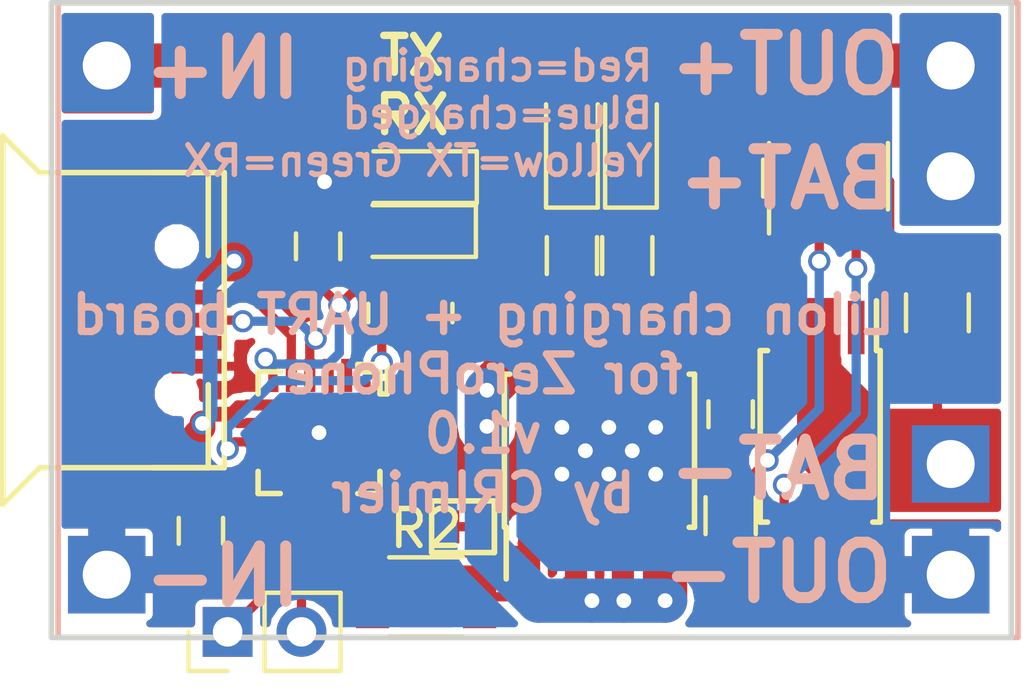
<source format=kicad_pcb>
(kicad_pcb (version 4) (host pcbnew 4.0.7)

  (general
    (links 58)
    (no_connects 0)
    (area 122.625 115.373 151.175 137.697619)
    (thickness 1.6)
    (drawings 13)
    (tracks 268)
    (zones 0)
    (modules 22)
    (nets 25)
  )

  (page A4)
  (layers
    (0 F.Cu signal)
    (31 B.Cu signal)
    (32 B.Adhes user)
    (33 F.Adhes user)
    (34 B.Paste user)
    (35 F.Paste user)
    (36 B.SilkS user hide)
    (37 F.SilkS user hide)
    (38 B.Mask user)
    (39 F.Mask user)
    (40 Dwgs.User user)
    (41 Cmts.User user)
    (42 Eco1.User user)
    (43 Eco2.User user)
    (44 Edge.Cuts user)
    (45 Margin user)
    (46 B.CrtYd user)
    (47 F.CrtYd user)
    (48 B.Fab user hide)
    (49 F.Fab user hide)
  )

  (setup
    (last_trace_width 0.25)
    (user_trace_width 0.2)
    (user_trace_width 0.4)
    (user_trace_width 0.5)
    (user_trace_width 0.6)
    (user_trace_width 0.7)
    (user_trace_width 0.8)
    (user_trace_width 1)
    (user_trace_width 1.2)
    (trace_clearance 0.2)
    (zone_clearance 0.2)
    (zone_45_only no)
    (trace_min 0.2)
    (segment_width 0.2)
    (edge_width 0.15)
    (via_size 0.6)
    (via_drill 0.4)
    (via_min_size 0.4)
    (via_min_drill 0.3)
    (uvia_size 0.3)
    (uvia_drill 0.1)
    (uvias_allowed no)
    (uvia_min_size 0.2)
    (uvia_min_drill 0.1)
    (pcb_text_width 0.3)
    (pcb_text_size 1.5 1.5)
    (mod_edge_width 0.15)
    (mod_text_size 1 1)
    (mod_text_width 0.15)
    (pad_size 2.1 2.1)
    (pad_drill 1.3)
    (pad_to_mask_clearance 0.2)
    (aux_axis_origin 150.6 117.4)
    (visible_elements 7FFFFF7F)
    (pcbplotparams
      (layerselection 0x010f0_80000001)
      (usegerberextensions true)
      (usegerberattributes true)
      (excludeedgelayer true)
      (linewidth 0.100000)
      (plotframeref false)
      (viasonmask false)
      (mode 1)
      (useauxorigin true)
      (hpglpennumber 1)
      (hpglpenspeed 20)
      (hpglpendiameter 15)
      (hpglpenoverlay 2)
      (psnegative false)
      (psa4output false)
      (plotreference false)
      (plotvalue false)
      (plotinvisibletext false)
      (padsonsilk false)
      (subtractmaskfromsilk false)
      (outputformat 1)
      (mirror false)
      (drillshape 0)
      (scaleselection 1)
      (outputdirectory gerbers/))
  )

  (net 0 "")
  (net 1 +5V)
  (net 2 VSS)
  (net 3 GND)
  (net 4 "Net-(C3-Pad1)")
  (net 5 BAT-)
  (net 6 "Net-(D1-Pad1)")
  (net 7 "Net-(D2-Pad1)")
  (net 8 "Net-(J2-Pad2)")
  (net 9 "Net-(J2-Pad6)")
  (net 10 "Net-(J2-Pad7)")
  (net 11 "Net-(J3-Pad1)")
  (net 12 "Net-(J3-Pad2)")
  (net 13 "Net-(J3-Pad3)")
  (net 14 VDD)
  (net 15 "Net-(D3-Pad1)")
  (net 16 "Net-(D4-Pad1)")
  (net 17 "Net-(J1-Pad2)")
  (net 18 "Net-(J1-Pad3)")
  (net 19 RX_LED)
  (net 20 RST)
  (net 21 TX_LED)
  (net 22 RXD)
  (net 23 TXD)
  (net 24 "Net-(J2-Pad1)")

  (net_class Default "This is the default net class."
    (clearance 0.2)
    (trace_width 0.25)
    (via_dia 0.6)
    (via_drill 0.4)
    (uvia_dia 0.3)
    (uvia_drill 0.1)
    (add_net +5V)
    (add_net BAT-)
    (add_net GND)
    (add_net "Net-(C3-Pad1)")
    (add_net "Net-(D1-Pad1)")
    (add_net "Net-(D2-Pad1)")
    (add_net "Net-(D3-Pad1)")
    (add_net "Net-(D4-Pad1)")
    (add_net "Net-(J1-Pad2)")
    (add_net "Net-(J1-Pad3)")
    (add_net "Net-(J2-Pad1)")
    (add_net "Net-(J2-Pad2)")
    (add_net "Net-(J2-Pad6)")
    (add_net "Net-(J2-Pad7)")
    (add_net "Net-(J3-Pad1)")
    (add_net "Net-(J3-Pad2)")
    (add_net "Net-(J3-Pad3)")
    (add_net RST)
    (add_net RXD)
    (add_net RX_LED)
    (add_net TXD)
    (add_net TX_LED)
    (add_net VDD)
    (add_net VSS)
  )

  (module Resistors_SMD:R_1206 (layer F.Cu) (tedit 58E0A804) (tstamp 59A320D7)
    (at 134.75 133.5)
    (descr "Resistor SMD 1206, reflow soldering, Vishay (see dcrcw.pdf)")
    (tags "resistor 1206")
    (path /595C19ED)
    (attr smd)
    (fp_text reference R2 (at 0 -1.85) (layer F.SilkS)
      (effects (font (size 1 1) (thickness 0.15)))
    )
    (fp_text value R (at 0 1.95) (layer F.Fab)
      (effects (font (size 1 1) (thickness 0.15)))
    )
    (fp_text user %R (at 0 0) (layer F.Fab)
      (effects (font (size 0.7 0.7) (thickness 0.105)))
    )
    (fp_line (start -1.6 0.8) (end -1.6 -0.8) (layer F.Fab) (width 0.1))
    (fp_line (start 1.6 0.8) (end -1.6 0.8) (layer F.Fab) (width 0.1))
    (fp_line (start 1.6 -0.8) (end 1.6 0.8) (layer F.Fab) (width 0.1))
    (fp_line (start -1.6 -0.8) (end 1.6 -0.8) (layer F.Fab) (width 0.1))
    (fp_line (start 1 1.07) (end -1 1.07) (layer F.SilkS) (width 0.12))
    (fp_line (start -1 -1.07) (end 1 -1.07) (layer F.SilkS) (width 0.12))
    (fp_line (start -2.15 -1.11) (end 2.15 -1.11) (layer F.CrtYd) (width 0.05))
    (fp_line (start -2.15 -1.11) (end -2.15 1.1) (layer F.CrtYd) (width 0.05))
    (fp_line (start 2.15 1.1) (end 2.15 -1.11) (layer F.CrtYd) (width 0.05))
    (fp_line (start 2.15 1.1) (end -2.15 1.1) (layer F.CrtYd) (width 0.05))
    (pad 1 smd rect (at -1.45 0) (size 0.9 1.7) (layers F.Cu F.Paste F.Mask)
      (net 3 GND))
    (pad 2 smd rect (at 1.45 0) (size 0.9 1.7) (layers F.Cu F.Paste F.Mask)
      (net 8 "Net-(J2-Pad2)"))
    (model ${KISYS3DMOD}/Resistors_SMD.3dshapes/R_1206.wrl
      (at (xyz 0 0 0))
      (scale (xyz 1 1 1))
      (rotate (xyz 0 0 0))
    )
  )

  (module Pin_Headers:Pin_Header_Straight_1x02_Pitch2.00mm (layer F.Cu) (tedit 59B542FF) (tstamp 59A87B18)
    (at 129.375 134.45 90)
    (descr "Through hole straight pin header, 1x02, 2.00mm pitch, single row")
    (tags "Through hole pin header THT 1x02 2.00mm single row")
    (path /59A87ED6)
    (fp_text reference J5 (at 0 -2.06 90) (layer F.SilkS) hide
      (effects (font (size 1 1) (thickness 0.15)))
    )
    (fp_text value TEST_2P (at 0 4.06 90) (layer F.Fab)
      (effects (font (size 1 1) (thickness 0.15)))
    )
    (fp_line (start -0.5 -1) (end 1 -1) (layer F.Fab) (width 0.1))
    (fp_line (start 1 -1) (end 1 3) (layer F.Fab) (width 0.1))
    (fp_line (start 1 3) (end -1 3) (layer F.Fab) (width 0.1))
    (fp_line (start -1 3) (end -1 -0.5) (layer F.Fab) (width 0.1))
    (fp_line (start -1 -0.5) (end -0.5 -1) (layer F.Fab) (width 0.1))
    (fp_line (start -1.06 3.06) (end 1.06 3.06) (layer F.SilkS) (width 0.12))
    (fp_line (start -1.06 1) (end -1.06 3.06) (layer F.SilkS) (width 0.12))
    (fp_line (start 1.06 1) (end 1.06 3.06) (layer F.SilkS) (width 0.12))
    (fp_line (start -1.06 1) (end 1.06 1) (layer F.SilkS) (width 0.12))
    (fp_line (start -1.06 0) (end -1.06 -1.06) (layer F.SilkS) (width 0.12))
    (fp_line (start -1.06 -1.06) (end 0 -1.06) (layer F.SilkS) (width 0.12))
    (fp_line (start -1.5 -1.5) (end -1.5 3.5) (layer F.CrtYd) (width 0.05))
    (fp_line (start -1.5 3.5) (end 1.5 3.5) (layer F.CrtYd) (width 0.05))
    (fp_line (start 1.5 3.5) (end 1.5 -1.5) (layer F.CrtYd) (width 0.05))
    (fp_line (start 1.5 -1.5) (end -1.5 -1.5) (layer F.CrtYd) (width 0.05))
    (fp_text user %R (at 0 1 180) (layer F.Fab)
      (effects (font (size 1 1) (thickness 0.15)))
    )
    (pad 1 thru_hole rect (at 0 0 90) (size 1.35 1.35) (drill 0.8) (layers *.Cu *.Mask)
      (net 22 RXD))
    (pad 2 thru_hole oval (at 0 2 90) (size 1.35 1.35) (drill 0.8) (layers *.Cu *.Mask)
      (net 23 TXD))
  )

  (module Resistors_SMD:R_Array_Concave_4x0402 (layer F.Cu) (tedit 59A8543F) (tstamp 59A5DFDF)
    (at 134.324 125.807 90)
    (descr "Thick Film Chip Resistor Array, Wave soldering, Vishay CRA04P (see cra04p.pdf)")
    (tags "resistor array")
    (path /59A60184)
    (attr smd)
    (fp_text reference RN1 (at 0 -2.1 90) (layer F.SilkS) hide
      (effects (font (size 1 1) (thickness 0.15)))
    )
    (fp_text value R_Pack04 (at 0 2.1 90) (layer F.Fab)
      (effects (font (size 1 1) (thickness 0.15)))
    )
    (fp_text user %R (at 0 0 180) (layer F.Fab)
      (effects (font (size 0.5 0.5) (thickness 0.075)))
    )
    (fp_line (start -0.5 -1) (end 0.5 -1) (layer F.Fab) (width 0.1))
    (fp_line (start 0.5 -1) (end 0.5 1) (layer F.Fab) (width 0.1))
    (fp_line (start 0.5 1) (end -0.5 1) (layer F.Fab) (width 0.1))
    (fp_line (start -0.5 1) (end -0.5 -1) (layer F.Fab) (width 0.1))
    (fp_line (start 0.25 -1.14) (end -0.25 -1.14) (layer F.SilkS) (width 0.12))
    (fp_line (start 0.25 1.14) (end -0.25 1.14) (layer F.SilkS) (width 0.12))
    (fp_line (start -1 -1.25) (end 1 -1.25) (layer F.CrtYd) (width 0.05))
    (fp_line (start -1 -1.25) (end -1 1.25) (layer F.CrtYd) (width 0.05))
    (fp_line (start 1 1.25) (end 1 -1.25) (layer F.CrtYd) (width 0.05))
    (fp_line (start 1 1.25) (end -1 1.25) (layer F.CrtYd) (width 0.05))
    (pad 1 smd rect (at -0.5 -0.75 90) (size 0.5 0.32) (layers F.Cu F.Paste F.Mask)
      (net 20 RST))
    (pad 3 smd rect (at -0.5 0.25 90) (size 0.5 0.32) (layers F.Cu F.Paste F.Mask)
      (net 21 TX_LED))
    (pad 2 smd rect (at -0.5 -0.25 90) (size 0.5 0.32) (layers F.Cu F.Paste F.Mask))
    (pad 4 smd rect (at -0.5 0.75 90) (size 0.5 0.32) (layers F.Cu F.Paste F.Mask)
      (net 19 RX_LED))
    (pad 7 smd rect (at 0.5 -0.25 90) (size 0.5 0.32) (layers F.Cu F.Paste F.Mask))
    (pad 8 smd rect (at 0.5 -0.75 90) (size 0.5 0.32) (layers F.Cu F.Paste F.Mask)
      (net 14 VDD))
    (pad 6 smd rect (at 0.5 0.25 90) (size 0.5 0.32) (layers F.Cu F.Paste F.Mask)
      (net 16 "Net-(D4-Pad1)"))
    (pad 5 smd rect (at 0.5 0.75 90) (size 0.5 0.32) (layers F.Cu F.Paste F.Mask)
      (net 15 "Net-(D3-Pad1)"))
    (model ${KISYS3DMOD}/Resistors_SMD.3dshapes/R_Array_Concave_4x0402.wrl
      (at (xyz 0 0 0))
      (scale (xyz 1 1 1))
      (rotate (xyz 0 0 0))
    )
  )

  (module Capacitors_SMD:C_0805 (layer F.Cu) (tedit 59A85418) (tstamp 59A217FC)
    (at 148.6 125.8 270)
    (descr "Capacitor SMD 0805, reflow soldering, AVX (see smccp.pdf)")
    (tags "capacitor 0805")
    (path /595C1381)
    (attr smd)
    (fp_text reference C3 (at 0 -1.5 270) (layer F.SilkS) hide
      (effects (font (size 1 1) (thickness 0.15)))
    )
    (fp_text value C (at 0 1.75 270) (layer F.Fab)
      (effects (font (size 1 1) (thickness 0.15)))
    )
    (fp_text user %R (at 0 -1.5 270) (layer F.Fab)
      (effects (font (size 1 1) (thickness 0.15)))
    )
    (fp_line (start -1 0.62) (end -1 -0.62) (layer F.Fab) (width 0.1))
    (fp_line (start 1 0.62) (end -1 0.62) (layer F.Fab) (width 0.1))
    (fp_line (start 1 -0.62) (end 1 0.62) (layer F.Fab) (width 0.1))
    (fp_line (start -1 -0.62) (end 1 -0.62) (layer F.Fab) (width 0.1))
    (fp_line (start 0.5 -0.85) (end -0.5 -0.85) (layer F.SilkS) (width 0.12))
    (fp_line (start -0.5 0.85) (end 0.5 0.85) (layer F.SilkS) (width 0.12))
    (fp_line (start -1.75 -0.88) (end 1.75 -0.88) (layer F.CrtYd) (width 0.05))
    (fp_line (start -1.75 -0.88) (end -1.75 0.87) (layer F.CrtYd) (width 0.05))
    (fp_line (start 1.75 0.87) (end 1.75 -0.88) (layer F.CrtYd) (width 0.05))
    (fp_line (start 1.75 0.87) (end -1.75 0.87) (layer F.CrtYd) (width 0.05))
    (pad 1 smd rect (at -1 0 270) (size 1 1.25) (layers F.Cu F.Paste F.Mask)
      (net 4 "Net-(C3-Pad1)"))
    (pad 2 smd rect (at 1 0 270) (size 1 1.25) (layers F.Cu F.Paste F.Mask)
      (net 5 BAT-))
    (model Capacitors_SMD.3dshapes/C_0805.wrl
      (at (xyz 0 0 0))
      (scale (xyz 1 1 1))
      (rotate (xyz 0 0 0))
    )
  )

  (module Housings_SOIC:SOIC-8_3.9x4.9mm_Pitch1.27mm (layer F.Cu) (tedit 59A31D96) (tstamp 59A21849)
    (at 139.446 129.54 90)
    (descr "8-Lead Plastic Small Outline (SN) - Narrow, 3.90 mm Body [SOIC] (see Microchip Packaging Specification 00000049BS.pdf)")
    (tags "SOIC 1.27")
    (path /595C1143)
    (attr smd)
    (fp_text reference J2 (at 0 -3.5 90) (layer F.SilkS) hide
      (effects (font (size 1 1) (thickness 0.15)))
    )
    (fp_text value TP4056 (at 0 3.5 90) (layer F.Fab) hide
      (effects (font (size 1 1) (thickness 0.15)))
    )
    (fp_text user %R (at 0 0 90) (layer F.Fab) hide
      (effects (font (size 1 1) (thickness 0.15)))
    )
    (fp_line (start -0.95 -2.45) (end 1.95 -2.45) (layer F.Fab) (width 0.1))
    (fp_line (start 1.95 -2.45) (end 1.95 2.45) (layer F.Fab) (width 0.1))
    (fp_line (start 1.95 2.45) (end -1.95 2.45) (layer F.Fab) (width 0.1))
    (fp_line (start -1.95 2.45) (end -1.95 -1.45) (layer F.Fab) (width 0.1))
    (fp_line (start -1.95 -1.45) (end -0.95 -2.45) (layer F.Fab) (width 0.1))
    (fp_line (start -3.73 -2.7) (end -3.73 2.7) (layer F.CrtYd) (width 0.05))
    (fp_line (start 3.73 -2.7) (end 3.73 2.7) (layer F.CrtYd) (width 0.05))
    (fp_line (start -3.73 -2.7) (end 3.73 -2.7) (layer F.CrtYd) (width 0.05))
    (fp_line (start -3.73 2.7) (end 3.73 2.7) (layer F.CrtYd) (width 0.05))
    (fp_line (start -2.075 -2.575) (end -2.075 -2.525) (layer F.SilkS) (width 0.15))
    (fp_line (start 2.075 -2.575) (end 2.075 -2.43) (layer F.SilkS) (width 0.15))
    (fp_line (start 2.075 2.575) (end 2.075 2.43) (layer F.SilkS) (width 0.15))
    (fp_line (start -2.075 2.575) (end -2.075 2.43) (layer F.SilkS) (width 0.15))
    (fp_line (start -2.075 -2.575) (end 2.075 -2.575) (layer F.SilkS) (width 0.15))
    (fp_line (start -2.075 2.575) (end 2.075 2.575) (layer F.SilkS) (width 0.15))
    (fp_line (start -2.075 -2.525) (end -3.475 -2.525) (layer F.SilkS) (width 0.15))
    (pad 1 smd rect (at -2.7 -1.905 90) (size 1.55 0.6) (layers F.Cu F.Paste F.Mask)
      (net 24 "Net-(J2-Pad1)"))
    (pad 2 smd rect (at -2.7 -0.635 90) (size 1.55 0.6) (layers F.Cu F.Paste F.Mask)
      (net 8 "Net-(J2-Pad2)"))
    (pad 3 smd rect (at -2.7 0.635 90) (size 1.55 0.6) (layers F.Cu F.Paste F.Mask)
      (net 3 GND))
    (pad 4 smd rect (at -2.7 1.905 90) (size 1.55 0.6) (layers F.Cu F.Paste F.Mask)
      (net 1 +5V))
    (pad 5 smd rect (at 2.7 1.905 90) (size 1.55 0.6) (layers F.Cu F.Paste F.Mask)
      (net 2 VSS))
    (pad 6 smd rect (at 2.7 0.635 90) (size 1.55 0.6) (layers F.Cu F.Paste F.Mask)
      (net 9 "Net-(J2-Pad6)"))
    (pad 7 smd rect (at 2.7 -0.635 90) (size 1.55 0.6) (layers F.Cu F.Paste F.Mask)
      (net 10 "Net-(J2-Pad7)"))
    (pad 8 smd rect (at 2.7 -1.905 90) (size 1.55 0.6) (layers F.Cu F.Paste F.Mask)
      (net 1 +5V))
    (model ${KISYS3DMOD}/Housings_SOIC.3dshapes/SOIC-8_3.9x4.9mm_Pitch1.27mm.wrl
      (at (xyz 0 0 0))
      (scale (xyz 1 1 1))
      (rotate (xyz 0 0 0))
    )
  )

  (module TO_SOT_Packages_SMD:SOT-23-6 (layer F.Cu) (tedit 59A31DD8) (tstamp 59A2185F)
    (at 145.65 122.1 90)
    (descr "6-pin SOT-23 package")
    (tags SOT-23-6)
    (path /595C1252)
    (attr smd)
    (fp_text reference J3 (at 0 -2.9 90) (layer F.SilkS) hide
      (effects (font (size 1 1) (thickness 0.15)))
    )
    (fp_text value DW01 (at 0 2.9 90) (layer F.Fab)
      (effects (font (size 1 1) (thickness 0.15)))
    )
    (fp_text user %R (at 0 0 180) (layer F.Fab) hide
      (effects (font (size 0.5 0.5) (thickness 0.075)))
    )
    (fp_line (start -0.9 1.61) (end 0.9 1.61) (layer F.SilkS) (width 0.12))
    (fp_line (start 0.9 -1.61) (end -1.55 -1.61) (layer F.SilkS) (width 0.12))
    (fp_line (start 1.9 -1.8) (end -1.9 -1.8) (layer F.CrtYd) (width 0.05))
    (fp_line (start 1.9 1.8) (end 1.9 -1.8) (layer F.CrtYd) (width 0.05))
    (fp_line (start -1.9 1.8) (end 1.9 1.8) (layer F.CrtYd) (width 0.05))
    (fp_line (start -1.9 -1.8) (end -1.9 1.8) (layer F.CrtYd) (width 0.05))
    (fp_line (start -0.9 -0.9) (end -0.25 -1.55) (layer F.Fab) (width 0.1))
    (fp_line (start 0.9 -1.55) (end -0.25 -1.55) (layer F.Fab) (width 0.1))
    (fp_line (start -0.9 -0.9) (end -0.9 1.55) (layer F.Fab) (width 0.1))
    (fp_line (start 0.9 1.55) (end -0.9 1.55) (layer F.Fab) (width 0.1))
    (fp_line (start 0.9 -1.55) (end 0.9 1.55) (layer F.Fab) (width 0.1))
    (pad 1 smd rect (at -1.1 -0.95 90) (size 1.06 0.65) (layers F.Cu F.Paste F.Mask)
      (net 11 "Net-(J3-Pad1)"))
    (pad 2 smd rect (at -1.1 0 90) (size 1.06 0.65) (layers F.Cu F.Paste F.Mask)
      (net 12 "Net-(J3-Pad2)"))
    (pad 3 smd rect (at -1.1 0.95 90) (size 1.06 0.65) (layers F.Cu F.Paste F.Mask)
      (net 13 "Net-(J3-Pad3)"))
    (pad 4 smd rect (at 1.1 0.95 90) (size 1.06 0.65) (layers F.Cu F.Paste F.Mask))
    (pad 6 smd rect (at 1.1 -0.95 90) (size 1.06 0.65) (layers F.Cu F.Paste F.Mask)
      (net 5 BAT-))
    (pad 5 smd rect (at 1.1 0 90) (size 1.06 0.65) (layers F.Cu F.Paste F.Mask)
      (net 4 "Net-(C3-Pad1)"))
    (model ${KISYS3DMOD}/TO_SOT_Packages_SMD.3dshapes/SOT-23-6.wrl
      (at (xyz 0 0 0))
      (scale (xyz 1 1 1))
      (rotate (xyz 0 0 0))
    )
  )

  (module Housings_SSOP:TSSOP-8_4.4x3mm_Pitch0.65mm (layer F.Cu) (tedit 59A85456) (tstamp 59A2187C)
    (at 145.425 129.15 270)
    (descr "8-Lead Plastic Thin Shrink Small Outline (ST)-4.4 mm Body [TSSOP] (see Microchip Packaging Specification 00000049BS.pdf)")
    (tags "SSOP 0.65")
    (path /595C12AB)
    (attr smd)
    (fp_text reference J4 (at 0 -2.55 270) (layer F.SilkS) hide
      (effects (font (size 1 1) (thickness 0.15)))
    )
    (fp_text value 8205A (at 0 2.55 270) (layer F.Fab) hide
      (effects (font (size 1 1) (thickness 0.15)))
    )
    (fp_line (start -1.2 -1.5) (end 2.2 -1.5) (layer F.Fab) (width 0.15))
    (fp_line (start 2.2 -1.5) (end 2.2 1.5) (layer F.Fab) (width 0.15))
    (fp_line (start 2.2 1.5) (end -2.2 1.5) (layer F.Fab) (width 0.15))
    (fp_line (start -2.2 1.5) (end -2.2 -0.5) (layer F.Fab) (width 0.15))
    (fp_line (start -2.2 -0.5) (end -1.2 -1.5) (layer F.Fab) (width 0.15))
    (fp_line (start -3.95 -1.8) (end -3.95 1.8) (layer F.CrtYd) (width 0.05))
    (fp_line (start 3.95 -1.8) (end 3.95 1.8) (layer F.CrtYd) (width 0.05))
    (fp_line (start -3.95 -1.8) (end 3.95 -1.8) (layer F.CrtYd) (width 0.05))
    (fp_line (start -3.95 1.8) (end 3.95 1.8) (layer F.CrtYd) (width 0.05))
    (fp_line (start -2.325 -1.625) (end -2.325 -1.525) (layer F.SilkS) (width 0.15))
    (fp_line (start 2.325 -1.625) (end 2.325 -1.425) (layer F.SilkS) (width 0.15))
    (fp_line (start 2.325 1.625) (end 2.325 1.425) (layer F.SilkS) (width 0.15))
    (fp_line (start -2.325 1.625) (end -2.325 1.425) (layer F.SilkS) (width 0.15))
    (fp_line (start -2.325 -1.625) (end 2.325 -1.625) (layer F.SilkS) (width 0.15))
    (fp_line (start -2.325 1.625) (end 2.325 1.625) (layer F.SilkS) (width 0.15))
    (fp_line (start -2.325 -1.525) (end -3.675 -1.525) (layer F.SilkS) (width 0.15))
    (fp_text user %R (at 0 0 270) (layer F.Fab) hide
      (effects (font (size 0.7 0.7) (thickness 0.15)))
    )
    (pad 1 smd rect (at -2.95 -0.975 270) (size 1.45 0.45) (layers F.Cu F.Paste F.Mask))
    (pad 2 smd rect (at -2.95 -0.325 270) (size 1.45 0.45) (layers F.Cu F.Paste F.Mask)
      (net 5 BAT-))
    (pad 3 smd rect (at -2.95 0.325 270) (size 1.45 0.45) (layers F.Cu F.Paste F.Mask)
      (net 5 BAT-))
    (pad 4 smd rect (at -2.95 0.975 270) (size 1.45 0.45) (layers F.Cu F.Paste F.Mask)
      (net 11 "Net-(J3-Pad1)"))
    (pad 5 smd rect (at 2.95 0.975 270) (size 1.45 0.45) (layers F.Cu F.Paste F.Mask)
      (net 13 "Net-(J3-Pad3)"))
    (pad 6 smd rect (at 2.95 0.325 270) (size 1.45 0.45) (layers F.Cu F.Paste F.Mask)
      (net 3 GND))
    (pad 7 smd rect (at 2.95 -0.325 270) (size 1.45 0.45) (layers F.Cu F.Paste F.Mask)
      (net 3 GND))
    (pad 8 smd rect (at 2.95 -0.975 270) (size 1.45 0.45) (layers F.Cu F.Paste F.Mask))
    (model ${KISYS3DMOD}/Housings_SSOP.3dshapes/TSSOP-8_4.4x3mm_Pitch0.65mm.wrl
      (at (xyz 0 0 0))
      (scale (xyz 1 1 1))
      (rotate (xyz 0 0 0))
    )
  )

  (module footprints:MICROUSB_SIMPLE (layer F.Cu) (tedit 5AA5EF98) (tstamp 59A31DB7)
    (at 128.6 126 90)
    (path /595C1203)
    (fp_text reference J1 (at -2.75 2 90) (layer F.SilkS) hide
      (effects (font (size 1 1) (thickness 0.15)))
    )
    (fp_text value USB_OTG (at -0.75 -5 90) (layer F.Fab) hide
      (effects (font (size 1 1) (thickness 0.15)))
    )
    (fp_line (start -4 -4) (end 4 -4) (layer F.SilkS) (width 0.15))
    (fp_line (start 4 0.25) (end 4 -1.25) (layer F.SilkS) (width 0.15))
    (fp_line (start 1.75 0.25) (end 4 0.25) (layer F.SilkS) (width 0.15))
    (fp_line (start -4 -1.25) (end -4 0.25) (layer F.SilkS) (width 0.15))
    (fp_line (start -1.75 0.25) (end -4 0.25) (layer F.SilkS) (width 0.15))
    (pad 1 smd rect (at 1.2 0 90) (size 0.3 1.5) (layers F.Cu F.Paste F.Mask)
      (net 1 +5V))
    (pad 2 smd rect (at 0.625 0 90) (size 0.4 1.5) (layers F.Cu F.Paste F.Mask)
      (net 17 "Net-(J1-Pad2)"))
    (pad 3 smd rect (at 0 0 90) (size 0.4 1.5) (layers F.Cu F.Paste F.Mask)
      (net 18 "Net-(J1-Pad3)"))
    (pad 4 smd rect (at -0.625 0 90) (size 0.4 1.5) (layers F.Cu F.Paste F.Mask))
    (pad 5 smd rect (at -1.25 0 90) (size 0.4 1.5) (layers F.Cu F.Paste F.Mask)
      (net 3 GND))
    (pad 6 smd rect (at -1.1 -2.5 90) (size 1.8 1.8) (layers F.Cu F.Paste F.Mask)
      (net 3 GND))
    (pad 6 smd rect (at 1.1 -2.5 90) (size 1.8 1.8) (layers F.Cu F.Paste F.Mask)
      (net 3 GND))
    (pad 6 smd rect (at 3.8 -2.6 90) (size 2.7 2) (layers F.Cu F.Paste F.Mask)
      (net 3 GND))
    (pad 6 smd rect (at -3.8 -2.6 90) (size 2.7 2) (layers F.Cu F.Paste F.Mask)
      (net 3 GND))
    (pad "" np_thru_hole circle (at 2 -0.6 90) (size 0.6 0.6) (drill 0.6) (layers *.Cu *.Mask)
      (clearance 0.3))
    (pad "" np_thru_hole circle (at -2 -0.6 90) (size 0.6 0.6) (drill 0.6) (layers *.Cu *.Mask)
      (clearance 0.3) (zone_connect 0))
  )

  (module Capacitors_SMD:C_0603 (layer F.Cu) (tedit 59A8541D) (tstamp 59A320C3)
    (at 143 128.55 270)
    (descr "Capacitor SMD 0603, reflow soldering, AVX (see smccp.pdf)")
    (tags "capacitor 0603")
    (path /595C11CE)
    (attr smd)
    (fp_text reference C2 (at 0 -1.5 270) (layer F.SilkS) hide
      (effects (font (size 1 1) (thickness 0.15)))
    )
    (fp_text value C (at 0 1.5 270) (layer F.Fab)
      (effects (font (size 1 1) (thickness 0.15)))
    )
    (fp_line (start 1.4 0.65) (end -1.4 0.65) (layer F.CrtYd) (width 0.05))
    (fp_line (start 1.4 0.65) (end 1.4 -0.65) (layer F.CrtYd) (width 0.05))
    (fp_line (start -1.4 -0.65) (end -1.4 0.65) (layer F.CrtYd) (width 0.05))
    (fp_line (start -1.4 -0.65) (end 1.4 -0.65) (layer F.CrtYd) (width 0.05))
    (fp_line (start 0.35 0.6) (end -0.35 0.6) (layer F.SilkS) (width 0.12))
    (fp_line (start -0.35 -0.6) (end 0.35 -0.6) (layer F.SilkS) (width 0.12))
    (fp_line (start -0.8 -0.4) (end 0.8 -0.4) (layer F.Fab) (width 0.1))
    (fp_line (start 0.8 -0.4) (end 0.8 0.4) (layer F.Fab) (width 0.1))
    (fp_line (start 0.8 0.4) (end -0.8 0.4) (layer F.Fab) (width 0.1))
    (fp_line (start -0.8 0.4) (end -0.8 -0.4) (layer F.Fab) (width 0.1))
    (fp_text user %R (at 0 0 270) (layer F.Fab)
      (effects (font (size 0.3 0.3) (thickness 0.075)))
    )
    (pad 2 smd rect (at 0.75 0 270) (size 0.8 0.75) (layers F.Cu F.Paste F.Mask)
      (net 3 GND))
    (pad 1 smd rect (at -0.75 0 270) (size 0.8 0.75) (layers F.Cu F.Paste F.Mask)
      (net 2 VSS))
    (model Capacitors_SMD.3dshapes/C_0603.wrl
      (at (xyz 0 0 0))
      (scale (xyz 1 1 1))
      (rotate (xyz 0 0 0))
    )
  )

  (module Resistors_SMD:R_0603 (layer F.Cu) (tedit 59A85424) (tstamp 59A320D2)
    (at 138.7 124.25 270)
    (descr "Resistor SMD 0603, reflow soldering, Vishay (see dcrcw.pdf)")
    (tags "resistor 0603")
    (path /595C14ED)
    (attr smd)
    (fp_text reference R1 (at 0 -1.45 270) (layer F.SilkS) hide
      (effects (font (size 1 1) (thickness 0.15)))
    )
    (fp_text value R (at 0 1.5 270) (layer F.Fab)
      (effects (font (size 1 1) (thickness 0.15)))
    )
    (fp_text user %R (at 0 0 270) (layer F.Fab)
      (effects (font (size 0.4 0.4) (thickness 0.075)))
    )
    (fp_line (start -0.8 0.4) (end -0.8 -0.4) (layer F.Fab) (width 0.1))
    (fp_line (start 0.8 0.4) (end -0.8 0.4) (layer F.Fab) (width 0.1))
    (fp_line (start 0.8 -0.4) (end 0.8 0.4) (layer F.Fab) (width 0.1))
    (fp_line (start -0.8 -0.4) (end 0.8 -0.4) (layer F.Fab) (width 0.1))
    (fp_line (start 0.5 0.68) (end -0.5 0.68) (layer F.SilkS) (width 0.12))
    (fp_line (start -0.5 -0.68) (end 0.5 -0.68) (layer F.SilkS) (width 0.12))
    (fp_line (start -1.25 -0.7) (end 1.25 -0.7) (layer F.CrtYd) (width 0.05))
    (fp_line (start -1.25 -0.7) (end -1.25 0.7) (layer F.CrtYd) (width 0.05))
    (fp_line (start 1.25 0.7) (end 1.25 -0.7) (layer F.CrtYd) (width 0.05))
    (fp_line (start 1.25 0.7) (end -1.25 0.7) (layer F.CrtYd) (width 0.05))
    (pad 1 smd rect (at -0.75 0 270) (size 0.5 0.9) (layers F.Cu F.Paste F.Mask)
      (net 6 "Net-(D1-Pad1)"))
    (pad 2 smd rect (at 0.75 0 270) (size 0.5 0.9) (layers F.Cu F.Paste F.Mask)
      (net 10 "Net-(J2-Pad7)"))
    (model ${KISYS3DMOD}/Resistors_SMD.3dshapes/R_0603.wrl
      (at (xyz 0 0 0))
      (scale (xyz 1 1 1))
      (rotate (xyz 0 0 0))
    )
  )

  (module Resistors_SMD:R_0603 (layer F.Cu) (tedit 59A85426) (tstamp 59A320DC)
    (at 140.2 124.25 270)
    (descr "Resistor SMD 0603, reflow soldering, Vishay (see dcrcw.pdf)")
    (tags "resistor 0603")
    (path /595C1456)
    (attr smd)
    (fp_text reference R3 (at 0 -1.45 270) (layer F.SilkS) hide
      (effects (font (size 1 1) (thickness 0.15)))
    )
    (fp_text value R (at 0 1.5 270) (layer F.Fab)
      (effects (font (size 1 1) (thickness 0.15)))
    )
    (fp_text user %R (at 0 0 270) (layer F.Fab)
      (effects (font (size 0.4 0.4) (thickness 0.075)))
    )
    (fp_line (start -0.8 0.4) (end -0.8 -0.4) (layer F.Fab) (width 0.1))
    (fp_line (start 0.8 0.4) (end -0.8 0.4) (layer F.Fab) (width 0.1))
    (fp_line (start 0.8 -0.4) (end 0.8 0.4) (layer F.Fab) (width 0.1))
    (fp_line (start -0.8 -0.4) (end 0.8 -0.4) (layer F.Fab) (width 0.1))
    (fp_line (start 0.5 0.68) (end -0.5 0.68) (layer F.SilkS) (width 0.12))
    (fp_line (start -0.5 -0.68) (end 0.5 -0.68) (layer F.SilkS) (width 0.12))
    (fp_line (start -1.25 -0.7) (end 1.25 -0.7) (layer F.CrtYd) (width 0.05))
    (fp_line (start -1.25 -0.7) (end -1.25 0.7) (layer F.CrtYd) (width 0.05))
    (fp_line (start 1.25 0.7) (end 1.25 -0.7) (layer F.CrtYd) (width 0.05))
    (fp_line (start 1.25 0.7) (end -1.25 0.7) (layer F.CrtYd) (width 0.05))
    (pad 1 smd rect (at -0.75 0 270) (size 0.5 0.9) (layers F.Cu F.Paste F.Mask)
      (net 7 "Net-(D2-Pad1)"))
    (pad 2 smd rect (at 0.75 0 270) (size 0.5 0.9) (layers F.Cu F.Paste F.Mask)
      (net 9 "Net-(J2-Pad6)"))
    (model ${KISYS3DMOD}/Resistors_SMD.3dshapes/R_0603.wrl
      (at (xyz 0 0 0))
      (scale (xyz 1 1 1))
      (rotate (xyz 0 0 0))
    )
  )

  (module Resistors_SMD:R_0603 (layer F.Cu) (tedit 59A8541F) (tstamp 59A320E1)
    (at 143.2 122.15 90)
    (descr "Resistor SMD 0603, reflow soldering, Vishay (see dcrcw.pdf)")
    (tags "resistor 0603")
    (path /595C1347)
    (attr smd)
    (fp_text reference R4 (at 0 -1.45 90) (layer F.SilkS) hide
      (effects (font (size 1 1) (thickness 0.15)))
    )
    (fp_text value R (at 0 1.5 90) (layer F.Fab)
      (effects (font (size 1 1) (thickness 0.15)))
    )
    (fp_text user %R (at 0 0 90) (layer F.Fab)
      (effects (font (size 0.4 0.4) (thickness 0.075)))
    )
    (fp_line (start -0.8 0.4) (end -0.8 -0.4) (layer F.Fab) (width 0.1))
    (fp_line (start 0.8 0.4) (end -0.8 0.4) (layer F.Fab) (width 0.1))
    (fp_line (start 0.8 -0.4) (end 0.8 0.4) (layer F.Fab) (width 0.1))
    (fp_line (start -0.8 -0.4) (end 0.8 -0.4) (layer F.Fab) (width 0.1))
    (fp_line (start 0.5 0.68) (end -0.5 0.68) (layer F.SilkS) (width 0.12))
    (fp_line (start -0.5 -0.68) (end 0.5 -0.68) (layer F.SilkS) (width 0.12))
    (fp_line (start -1.25 -0.7) (end 1.25 -0.7) (layer F.CrtYd) (width 0.05))
    (fp_line (start -1.25 -0.7) (end -1.25 0.7) (layer F.CrtYd) (width 0.05))
    (fp_line (start 1.25 0.7) (end 1.25 -0.7) (layer F.CrtYd) (width 0.05))
    (fp_line (start 1.25 0.7) (end -1.25 0.7) (layer F.CrtYd) (width 0.05))
    (pad 1 smd rect (at -0.75 0 90) (size 0.5 0.9) (layers F.Cu F.Paste F.Mask)
      (net 2 VSS))
    (pad 2 smd rect (at 0.75 0 90) (size 0.5 0.9) (layers F.Cu F.Paste F.Mask)
      (net 4 "Net-(C3-Pad1)"))
    (model ${KISYS3DMOD}/Resistors_SMD.3dshapes/R_0603.wrl
      (at (xyz 0 0 0))
      (scale (xyz 1 1 1))
      (rotate (xyz 0 0 0))
    )
  )

  (module Resistors_SMD:R_0603 (layer F.Cu) (tedit 59A8541A) (tstamp 59A320E6)
    (at 143 131.3 270)
    (descr "Resistor SMD 0603, reflow soldering, Vishay (see dcrcw.pdf)")
    (tags "resistor 0603")
    (path /595C12FA)
    (attr smd)
    (fp_text reference R5 (at 0 -1.45 270) (layer F.SilkS) hide
      (effects (font (size 1 1) (thickness 0.15)))
    )
    (fp_text value R (at 0 1.5 270) (layer F.Fab)
      (effects (font (size 1 1) (thickness 0.15)))
    )
    (fp_text user %R (at 0 0 270) (layer F.Fab)
      (effects (font (size 0.4 0.4) (thickness 0.075)))
    )
    (fp_line (start -0.8 0.4) (end -0.8 -0.4) (layer F.Fab) (width 0.1))
    (fp_line (start 0.8 0.4) (end -0.8 0.4) (layer F.Fab) (width 0.1))
    (fp_line (start 0.8 -0.4) (end 0.8 0.4) (layer F.Fab) (width 0.1))
    (fp_line (start -0.8 -0.4) (end 0.8 -0.4) (layer F.Fab) (width 0.1))
    (fp_line (start 0.5 0.68) (end -0.5 0.68) (layer F.SilkS) (width 0.12))
    (fp_line (start -0.5 -0.68) (end 0.5 -0.68) (layer F.SilkS) (width 0.12))
    (fp_line (start -1.25 -0.7) (end 1.25 -0.7) (layer F.CrtYd) (width 0.05))
    (fp_line (start -1.25 -0.7) (end -1.25 0.7) (layer F.CrtYd) (width 0.05))
    (fp_line (start 1.25 0.7) (end 1.25 -0.7) (layer F.CrtYd) (width 0.05))
    (fp_line (start 1.25 0.7) (end -1.25 0.7) (layer F.CrtYd) (width 0.05))
    (pad 1 smd rect (at -0.75 0 270) (size 0.5 0.9) (layers F.Cu F.Paste F.Mask)
      (net 12 "Net-(J3-Pad2)"))
    (pad 2 smd rect (at 0.75 0 270) (size 0.5 0.9) (layers F.Cu F.Paste F.Mask)
      (net 3 GND))
    (model ${KISYS3DMOD}/Resistors_SMD.3dshapes/R_0603.wrl
      (at (xyz 0 0 0))
      (scale (xyz 1 1 1))
      (rotate (xyz 0 0 0))
    )
  )

  (module Capacitors_SMD:C_0603 (layer F.Cu) (tedit 59A8540F) (tstamp 59A5DFC1)
    (at 128.651 131.711 270)
    (descr "Capacitor SMD 0603, reflow soldering, AVX (see smccp.pdf)")
    (tags "capacitor 0603")
    (path /59A5FD31)
    (attr smd)
    (fp_text reference C4 (at 0 -1.5 270) (layer F.SilkS) hide
      (effects (font (size 1 1) (thickness 0.15)))
    )
    (fp_text value 100nF (at 0 1.5 270) (layer F.Fab)
      (effects (font (size 1 1) (thickness 0.15)))
    )
    (fp_line (start 1.4 0.65) (end -1.4 0.65) (layer F.CrtYd) (width 0.05))
    (fp_line (start 1.4 0.65) (end 1.4 -0.65) (layer F.CrtYd) (width 0.05))
    (fp_line (start -1.4 -0.65) (end -1.4 0.65) (layer F.CrtYd) (width 0.05))
    (fp_line (start -1.4 -0.65) (end 1.4 -0.65) (layer F.CrtYd) (width 0.05))
    (fp_line (start 0.35 0.6) (end -0.35 0.6) (layer F.SilkS) (width 0.12))
    (fp_line (start -0.35 -0.6) (end 0.35 -0.6) (layer F.SilkS) (width 0.12))
    (fp_line (start -0.8 -0.4) (end 0.8 -0.4) (layer F.Fab) (width 0.1))
    (fp_line (start 0.8 -0.4) (end 0.8 0.4) (layer F.Fab) (width 0.1))
    (fp_line (start 0.8 0.4) (end -0.8 0.4) (layer F.Fab) (width 0.1))
    (fp_line (start -0.8 0.4) (end -0.8 -0.4) (layer F.Fab) (width 0.1))
    (fp_text user %R (at 0 0 270) (layer F.Fab)
      (effects (font (size 0.3 0.3) (thickness 0.075)))
    )
    (pad 2 smd rect (at 0.75 0 270) (size 0.8 0.75) (layers F.Cu F.Paste F.Mask)
      (net 3 GND))
    (pad 1 smd rect (at -0.75 0 270) (size 0.8 0.75) (layers F.Cu F.Paste F.Mask)
      (net 1 +5V))
    (model Capacitors_SMD.3dshapes/C_0603.wrl
      (at (xyz 0 0 0))
      (scale (xyz 1 1 1))
      (rotate (xyz 0 0 0))
    )
  )

  (module Capacitors_SMD:C_0603 (layer F.Cu) (tedit 59A85451) (tstamp 59A5DFC7)
    (at 131.826 124 90)
    (descr "Capacitor SMD 0603, reflow soldering, AVX (see smccp.pdf)")
    (tags "capacitor 0603")
    (path /59A5FAA6)
    (attr smd)
    (fp_text reference C5 (at 0 -1.5 90) (layer F.SilkS) hide
      (effects (font (size 1 1) (thickness 0.15)))
    )
    (fp_text value 100nF (at 0 1.5 90) (layer F.Fab)
      (effects (font (size 1 1) (thickness 0.15)))
    )
    (fp_line (start 1.4 0.65) (end -1.4 0.65) (layer F.CrtYd) (width 0.05))
    (fp_line (start 1.4 0.65) (end 1.4 -0.65) (layer F.CrtYd) (width 0.05))
    (fp_line (start -1.4 -0.65) (end -1.4 0.65) (layer F.CrtYd) (width 0.05))
    (fp_line (start -1.4 -0.65) (end 1.4 -0.65) (layer F.CrtYd) (width 0.05))
    (fp_line (start 0.35 0.6) (end -0.35 0.6) (layer F.SilkS) (width 0.12))
    (fp_line (start -0.35 -0.6) (end 0.35 -0.6) (layer F.SilkS) (width 0.12))
    (fp_line (start -0.8 -0.4) (end 0.8 -0.4) (layer F.Fab) (width 0.1))
    (fp_line (start 0.8 -0.4) (end 0.8 0.4) (layer F.Fab) (width 0.1))
    (fp_line (start 0.8 0.4) (end -0.8 0.4) (layer F.Fab) (width 0.1))
    (fp_line (start -0.8 0.4) (end -0.8 -0.4) (layer F.Fab) (width 0.1))
    (fp_text user %R (at 0 0 90) (layer F.Fab)
      (effects (font (size 0.3 0.3) (thickness 0.075)))
    )
    (pad 2 smd rect (at 0.75 0 90) (size 0.8 0.75) (layers F.Cu F.Paste F.Mask)
      (net 3 GND))
    (pad 1 smd rect (at -0.75 0 90) (size 0.8 0.75) (layers F.Cu F.Paste F.Mask)
      (net 14 VDD))
    (model Capacitors_SMD.3dshapes/C_0603.wrl
      (at (xyz 0 0 0))
      (scale (xyz 1 1 1))
      (rotate (xyz 0 0 0))
    )
  )

  (module CP2102N_QFN20:QFN-20-1EP_3x3mm_Pitch0.5 (layer F.Cu) (tedit 59A85408) (tstamp 59A5E004)
    (at 131.85 129.05 270)
    (path /59A5DDC3)
    (fp_text reference U2 (at -0.35 2.95 270) (layer F.SilkS) hide
      (effects (font (size 1 1) (thickness 0.15)))
    )
    (fp_text value CP2102N-20P (at 0.25 -3.2 270) (layer F.Fab)
      (effects (font (size 1 1) (thickness 0.15)))
    )
    (fp_line (start -1.05 -1.85) (end -1.05 -1.65) (layer F.SilkS) (width 0.15))
    (fp_line (start -1.85 -1.85) (end -1.05 -1.85) (layer F.SilkS) (width 0.15))
    (fp_line (start -1.85 -1.05) (end -1.85 -1.85) (layer F.SilkS) (width 0.15))
    (fp_line (start -1.65 -1.05) (end -1.85 -1.05) (layer F.SilkS) (width 0.15))
    (fp_line (start 1.65 1.65) (end 1.65 1.05) (layer F.SilkS) (width 0.15))
    (fp_line (start 1.05 1.65) (end 1.65 1.65) (layer F.SilkS) (width 0.15))
    (fp_line (start -1.65 1.65) (end -1.05 1.65) (layer F.SilkS) (width 0.15))
    (fp_line (start -1.65 1.05) (end -1.65 1.65) (layer F.SilkS) (width 0.15))
    (fp_line (start 1.65 -1.65) (end 1.65 -1.05) (layer F.SilkS) (width 0.15))
    (fp_line (start 1.05 -1.65) (end 1.65 -1.65) (layer F.SilkS) (width 0.15))
    (fp_line (start -1.65 -1.65) (end -1.05 -1.65) (layer F.SilkS) (width 0.15))
    (fp_line (start -1.65 -1.05) (end -1.65 -1.65) (layer F.SilkS) (width 0.15))
    (pad 1 smd rect (at -1.25 -1.25 270) (size 0.3 0.3) (layers F.Cu F.Paste F.Mask))
    (pad 2 smd rect (at -1.55 -0.75 270) (size 0.9 0.3) (layers F.Cu F.Paste F.Mask))
    (pad 3 smd rect (at -1.55 -0.25 270) (size 0.9 0.3) (layers F.Cu F.Paste F.Mask)
      (net 3 GND))
    (pad 4 smd rect (at -1.55 0.25 270) (size 0.9 0.3) (layers F.Cu F.Paste F.Mask)
      (net 18 "Net-(J1-Pad3)"))
    (pad 5 smd rect (at -1.55 0.75 270) (size 0.9 0.3) (layers F.Cu F.Paste F.Mask)
      (net 17 "Net-(J1-Pad2)"))
    (pad 6 smd rect (at -1.25 1.25 270) (size 0.3 0.3) (layers F.Cu F.Paste F.Mask)
      (net 14 VDD))
    (pad 7 smd rect (at -0.75 1.55) (size 0.9 0.3) (layers F.Cu F.Paste F.Mask)
      (net 1 +5V))
    (pad 8 smd rect (at -0.25 1.55) (size 0.9 0.3) (layers F.Cu F.Paste F.Mask)
      (net 1 +5V))
    (pad 9 smd rect (at 0.25 1.55) (size 0.9 0.3) (layers F.Cu F.Paste F.Mask)
      (net 20 RST))
    (pad 10 smd rect (at 0.75 1.55) (size 0.9 0.3) (layers F.Cu F.Paste F.Mask))
    (pad 11 smd rect (at 1.25 1.25 270) (size 0.3 0.3) (layers F.Cu F.Paste F.Mask))
    (pad 12 smd rect (at 1.55 0.75 270) (size 0.9 0.3) (layers F.Cu F.Paste F.Mask)
      (net 3 GND))
    (pad 13 smd rect (at 1.55 0.25 270) (size 0.9 0.3) (layers F.Cu F.Paste F.Mask))
    (pad 14 smd rect (at 1.55 -0.25 270) (size 0.9 0.3) (layers F.Cu F.Paste F.Mask))
    (pad 15 smd rect (at 1.55 -0.75 270) (size 0.9 0.3) (layers F.Cu F.Paste F.Mask))
    (pad 16 smd rect (at 1.25 -1.25 270) (size 0.3 0.3) (layers F.Cu F.Paste F.Mask))
    (pad 17 smd rect (at 0.75 -1.55 270) (size 0.3 0.9) (layers F.Cu F.Paste F.Mask)
      (net 22 RXD))
    (pad 18 smd rect (at 0.25 -1.55 270) (size 0.3 0.9) (layers F.Cu F.Paste F.Mask)
      (net 23 TXD))
    (pad 19 smd rect (at -0.25 -1.55 270) (size 0.3 0.9) (layers F.Cu F.Paste F.Mask)
      (net 19 RX_LED))
    (pad 20 smd rect (at -0.75 -1.55 270) (size 0.3 0.9) (layers F.Cu F.Paste F.Mask)
      (net 21 TX_LED))
    (pad 21 smd rect (at 0 0 270) (size 1.8 1.8) (layers F.Cu F.Paste F.Mask)
      (net 3 GND))
    (model Housings_DFN_QFN.3dshapes/DFN-8-1EP_3x3mm_Pitch0.5mm.wrl
      (at (xyz 0 0 0))
      (scale (xyz 1 1 1))
      (rotate (xyz 0 0 0))
    )
  )

  (module tp4056_usb_board:TP4056_BREAKOUT (layer F.Cu) (tedit 5AA5F36A) (tstamp 5A87333A)
    (at 137.784 126)
    (path /595C2C43)
    (fp_text reference U1 (at -11.176 9.652) (layer F.SilkS) hide
      (effects (font (size 1 1) (thickness 0.15)))
    )
    (fp_text value TP4056_BREAKOUT (at -6.604 -9.652) (layer F.Fab)
      (effects (font (size 1 1) (thickness 0.15)))
    )
    (fp_line (start -13.5 -4) (end -13 -4) (layer F.SilkS) (width 0.15))
    (fp_line (start -14.5 -5) (end -13.5 -4) (layer F.SilkS) (width 0.15))
    (fp_line (start -14.5 5) (end -14.5 -5) (layer F.SilkS) (width 0.15))
    (fp_line (start -13.5 4) (end -14.5 5) (layer F.SilkS) (width 0.15))
    (fp_line (start -13 4) (end -13.5 4) (layer F.SilkS) (width 0.15))
    (fp_line (start -8.5 4) (end -13 4) (layer F.SilkS) (width 0.15))
    (fp_line (start -8.5 -4) (end -8.5 4) (layer F.SilkS) (width 0.15))
    (fp_line (start -13 -4) (end -8.5 -4) (layer F.SilkS) (width 0.15))
    (fp_line (start -13 -8.6) (end 13 -8.6) (layer B.SilkS) (width 0.15))
    (fp_line (start -13 8.6) (end -13 -8.6) (layer B.SilkS) (width 0.15))
    (fp_line (start 13 8.6) (end -13 8.6) (layer B.SilkS) (width 0.15))
    (fp_line (start 13 -8.6) (end 13 8.6) (layer B.SilkS) (width 0.15))
    (pad 1 thru_hole rect (at -11.684 -6.9) (size 2.1 2) (drill 1.3) (layers *.Cu *.Mask)
      (net 1 +5V))
    (pad 2 thru_hole rect (at -11.684 6.9) (size 2.1 2.1) (drill 1.3) (layers *.Cu *.Mask)
      (net 3 GND) (thermal_width 1))
    (pad 3 thru_hole rect (at 11.176 -6.9) (size 2.1 2.1) (drill 1.3) (layers *.Cu *.Mask)
      (net 2 VSS))
    (pad 4 thru_hole rect (at 11.176 -3.9) (size 2.1 2.1) (drill 1.3) (layers *.Cu *.Mask)
      (net 2 VSS))
    (pad 5 thru_hole rect (at 11.176 3.9) (size 2.1 2.1) (drill 1.3) (layers *.Cu *.Mask)
      (net 5 BAT-))
    (pad 6 thru_hole rect (at 11.176 6.9) (size 2.1 2.1) (drill 1.3) (layers *.Cu *.Mask)
      (net 3 GND) (thermal_width 1))
  )

  (module LEDs:LED_0805 (layer F.Cu) (tedit 5AA5F0D9) (tstamp 5AA5EE72)
    (at 138.7 121.15 90)
    (descr "LED 0805 smd package")
    (tags "LED led 0805 SMD smd SMT smt smdled SMDLED smtled SMTLED")
    (path /595C14A9)
    (attr smd)
    (fp_text reference D1 (at 0 -1.45 90) (layer F.SilkS) hide
      (effects (font (size 1 1) (thickness 0.15)))
    )
    (fp_text value LED (at 0 1.55 90) (layer F.Fab)
      (effects (font (size 1 1) (thickness 0.15)))
    )
    (fp_line (start -1.8 -0.7) (end -1.8 0.7) (layer F.SilkS) (width 0.12))
    (fp_line (start -0.4 -0.4) (end -0.4 0.4) (layer F.Fab) (width 0.1))
    (fp_line (start -0.4 0) (end 0.2 -0.4) (layer F.Fab) (width 0.1))
    (fp_line (start 0.2 0.4) (end -0.4 0) (layer F.Fab) (width 0.1))
    (fp_line (start 0.2 -0.4) (end 0.2 0.4) (layer F.Fab) (width 0.1))
    (fp_line (start 1 0.6) (end -1 0.6) (layer F.Fab) (width 0.1))
    (fp_line (start 1 -0.6) (end 1 0.6) (layer F.Fab) (width 0.1))
    (fp_line (start -1 -0.6) (end 1 -0.6) (layer F.Fab) (width 0.1))
    (fp_line (start -1 0.6) (end -1 -0.6) (layer F.Fab) (width 0.1))
    (fp_line (start -1.8 0.7) (end 1 0.7) (layer F.SilkS) (width 0.12))
    (fp_line (start -1.8 -0.7) (end 1 -0.7) (layer F.SilkS) (width 0.12))
    (fp_line (start 1.95 -0.85) (end 1.95 0.85) (layer F.CrtYd) (width 0.05))
    (fp_line (start 1.95 0.85) (end -1.95 0.85) (layer F.CrtYd) (width 0.05))
    (fp_line (start -1.95 0.85) (end -1.95 -0.85) (layer F.CrtYd) (width 0.05))
    (fp_line (start -1.95 -0.85) (end 1.95 -0.85) (layer F.CrtYd) (width 0.05))
    (fp_text user %R (at 0 -1.25 90) (layer F.Fab)
      (effects (font (size 0.4 0.4) (thickness 0.1)))
    )
    (pad 2 smd rect (at 1.1 0 270) (size 1.2 1.2) (layers F.Cu F.Paste F.Mask)
      (net 1 +5V))
    (pad 1 smd rect (at -1.1 0 270) (size 1.2 1.2) (layers F.Cu F.Paste F.Mask)
      (net 6 "Net-(D1-Pad1)"))
    (model ${KISYS3DMOD}/LEDs.3dshapes/LED_0805.wrl
      (at (xyz 0 0 0))
      (scale (xyz 1 1 1))
      (rotate (xyz 0 0 180))
    )
  )

  (module LEDs:LED_0805 (layer F.Cu) (tedit 5AA5F0D4) (tstamp 5AA5EE77)
    (at 140.3 121.15 90)
    (descr "LED 0805 smd package")
    (tags "LED led 0805 SMD smd SMT smt smdled SMDLED smtled SMTLED")
    (path /595C13F7)
    (attr smd)
    (fp_text reference D2 (at 0 -1.45 90) (layer F.SilkS) hide
      (effects (font (size 1 1) (thickness 0.15)))
    )
    (fp_text value LED (at 0 1.55 90) (layer F.Fab)
      (effects (font (size 1 1) (thickness 0.15)))
    )
    (fp_line (start -1.8 -0.7) (end -1.8 0.7) (layer F.SilkS) (width 0.12))
    (fp_line (start -0.4 -0.4) (end -0.4 0.4) (layer F.Fab) (width 0.1))
    (fp_line (start -0.4 0) (end 0.2 -0.4) (layer F.Fab) (width 0.1))
    (fp_line (start 0.2 0.4) (end -0.4 0) (layer F.Fab) (width 0.1))
    (fp_line (start 0.2 -0.4) (end 0.2 0.4) (layer F.Fab) (width 0.1))
    (fp_line (start 1 0.6) (end -1 0.6) (layer F.Fab) (width 0.1))
    (fp_line (start 1 -0.6) (end 1 0.6) (layer F.Fab) (width 0.1))
    (fp_line (start -1 -0.6) (end 1 -0.6) (layer F.Fab) (width 0.1))
    (fp_line (start -1 0.6) (end -1 -0.6) (layer F.Fab) (width 0.1))
    (fp_line (start -1.8 0.7) (end 1 0.7) (layer F.SilkS) (width 0.12))
    (fp_line (start -1.8 -0.7) (end 1 -0.7) (layer F.SilkS) (width 0.12))
    (fp_line (start 1.95 -0.85) (end 1.95 0.85) (layer F.CrtYd) (width 0.05))
    (fp_line (start 1.95 0.85) (end -1.95 0.85) (layer F.CrtYd) (width 0.05))
    (fp_line (start -1.95 0.85) (end -1.95 -0.85) (layer F.CrtYd) (width 0.05))
    (fp_line (start -1.95 -0.85) (end 1.95 -0.85) (layer F.CrtYd) (width 0.05))
    (fp_text user %R (at 0 -1.25 90) (layer F.Fab)
      (effects (font (size 0.4 0.4) (thickness 0.1)))
    )
    (pad 2 smd rect (at 1.1 0 270) (size 1.2 1.2) (layers F.Cu F.Paste F.Mask)
      (net 1 +5V))
    (pad 1 smd rect (at -1.1 0 270) (size 1.2 1.2) (layers F.Cu F.Paste F.Mask)
      (net 7 "Net-(D2-Pad1)"))
    (model ${KISYS3DMOD}/LEDs.3dshapes/LED_0805.wrl
      (at (xyz 0 0 0))
      (scale (xyz 1 1 1))
      (rotate (xyz 0 0 180))
    )
  )

  (module LEDs:LED_0805 (layer F.Cu) (tedit 5AA5F0D0) (tstamp 5AA5EE7C)
    (at 134.2995 123.5845 180)
    (descr "LED 0805 smd package")
    (tags "LED led 0805 SMD smd SMT smt smdled SMDLED smtled SMTLED")
    (path /59A607FE)
    (attr smd)
    (fp_text reference D3 (at 0 -1.45 180) (layer F.SilkS) hide
      (effects (font (size 1 1) (thickness 0.15)))
    )
    (fp_text value LED (at 0 1.55 180) (layer F.Fab)
      (effects (font (size 1 1) (thickness 0.15)))
    )
    (fp_line (start -1.8 -0.7) (end -1.8 0.7) (layer F.SilkS) (width 0.12))
    (fp_line (start -0.4 -0.4) (end -0.4 0.4) (layer F.Fab) (width 0.1))
    (fp_line (start -0.4 0) (end 0.2 -0.4) (layer F.Fab) (width 0.1))
    (fp_line (start 0.2 0.4) (end -0.4 0) (layer F.Fab) (width 0.1))
    (fp_line (start 0.2 -0.4) (end 0.2 0.4) (layer F.Fab) (width 0.1))
    (fp_line (start 1 0.6) (end -1 0.6) (layer F.Fab) (width 0.1))
    (fp_line (start 1 -0.6) (end 1 0.6) (layer F.Fab) (width 0.1))
    (fp_line (start -1 -0.6) (end 1 -0.6) (layer F.Fab) (width 0.1))
    (fp_line (start -1 0.6) (end -1 -0.6) (layer F.Fab) (width 0.1))
    (fp_line (start -1.8 0.7) (end 1 0.7) (layer F.SilkS) (width 0.12))
    (fp_line (start -1.8 -0.7) (end 1 -0.7) (layer F.SilkS) (width 0.12))
    (fp_line (start 1.95 -0.85) (end 1.95 0.85) (layer F.CrtYd) (width 0.05))
    (fp_line (start 1.95 0.85) (end -1.95 0.85) (layer F.CrtYd) (width 0.05))
    (fp_line (start -1.95 0.85) (end -1.95 -0.85) (layer F.CrtYd) (width 0.05))
    (fp_line (start -1.95 -0.85) (end 1.95 -0.85) (layer F.CrtYd) (width 0.05))
    (fp_text user %R (at 0 -1.25 180) (layer F.Fab)
      (effects (font (size 0.4 0.4) (thickness 0.1)))
    )
    (pad 2 smd rect (at 1.1 0) (size 1.2 1.2) (layers F.Cu F.Paste F.Mask)
      (net 1 +5V))
    (pad 1 smd rect (at -1.1 0) (size 1.2 1.2) (layers F.Cu F.Paste F.Mask)
      (net 15 "Net-(D3-Pad1)"))
    (model ${KISYS3DMOD}/LEDs.3dshapes/LED_0805.wrl
      (at (xyz 0 0 0))
      (scale (xyz 1 1 1))
      (rotate (xyz 0 0 180))
    )
  )

  (module LEDs:LED_0805 (layer F.Cu) (tedit 5AA5F0CE) (tstamp 5AA5EE81)
    (at 134.324 122.124 180)
    (descr "LED 0805 smd package")
    (tags "LED led 0805 SMD smd SMT smt smdled SMDLED smtled SMTLED")
    (path /59A60765)
    (attr smd)
    (fp_text reference D4 (at 0 -1.45 180) (layer F.SilkS) hide
      (effects (font (size 1 1) (thickness 0.15)))
    )
    (fp_text value LED (at 0 1.55 180) (layer F.Fab)
      (effects (font (size 1 1) (thickness 0.15)))
    )
    (fp_line (start -1.8 -0.7) (end -1.8 0.7) (layer F.SilkS) (width 0.12))
    (fp_line (start -0.4 -0.4) (end -0.4 0.4) (layer F.Fab) (width 0.1))
    (fp_line (start -0.4 0) (end 0.2 -0.4) (layer F.Fab) (width 0.1))
    (fp_line (start 0.2 0.4) (end -0.4 0) (layer F.Fab) (width 0.1))
    (fp_line (start 0.2 -0.4) (end 0.2 0.4) (layer F.Fab) (width 0.1))
    (fp_line (start 1 0.6) (end -1 0.6) (layer F.Fab) (width 0.1))
    (fp_line (start 1 -0.6) (end 1 0.6) (layer F.Fab) (width 0.1))
    (fp_line (start -1 -0.6) (end 1 -0.6) (layer F.Fab) (width 0.1))
    (fp_line (start -1 0.6) (end -1 -0.6) (layer F.Fab) (width 0.1))
    (fp_line (start -1.8 0.7) (end 1 0.7) (layer F.SilkS) (width 0.12))
    (fp_line (start -1.8 -0.7) (end 1 -0.7) (layer F.SilkS) (width 0.12))
    (fp_line (start 1.95 -0.85) (end 1.95 0.85) (layer F.CrtYd) (width 0.05))
    (fp_line (start 1.95 0.85) (end -1.95 0.85) (layer F.CrtYd) (width 0.05))
    (fp_line (start -1.95 0.85) (end -1.95 -0.85) (layer F.CrtYd) (width 0.05))
    (fp_line (start -1.95 -0.85) (end 1.95 -0.85) (layer F.CrtYd) (width 0.05))
    (fp_text user %R (at 0 -1.25 180) (layer F.Fab)
      (effects (font (size 0.4 0.4) (thickness 0.1)))
    )
    (pad 2 smd rect (at 1.1 0) (size 1.2 1.2) (layers F.Cu F.Paste F.Mask)
      (net 1 +5V))
    (pad 1 smd rect (at -1.1 0) (size 1.2 1.2) (layers F.Cu F.Paste F.Mask)
      (net 16 "Net-(D4-Pad1)"))
    (model ${KISYS3DMOD}/LEDs.3dshapes/LED_0805.wrl
      (at (xyz 0 0 0))
      (scale (xyz 1 1 1))
      (rotate (xyz 0 0 180))
    )
  )

  (module footprints:GS2_SMALL (layer F.Cu) (tedit 5AE5F24C) (tstamp 5AE5F2AA)
    (at 136.1 131.6 90)
    (descr "3-pin solder bridge")
    (tags "solder bridge")
    (path /5AE60494)
    (attr smd)
    (fp_text reference JP1 (at -1.8 -0.3 360) (layer F.SilkS) hide
      (effects (font (size 1 1) (thickness 0.15)))
    )
    (fp_text value TEMP (at 0 -2.6 180) (layer F.SilkS) hide
      (effects (font (size 1 1) (thickness 0.15)))
    )
    (fp_line (start -1 -1.5) (end -1 0.8) (layer F.CrtYd) (width 0.15))
    (fp_line (start 1 0.8) (end 1 -1.5) (layer F.CrtYd) (width 0.15))
    (fp_line (start 1 0.8) (end -1 0.8) (layer F.CrtYd) (width 0.15))
    (fp_line (start 0.7 0.5) (end 0.7 -1.2) (layer F.SilkS) (width 0.15))
    (fp_line (start -0.7 0.5) (end 0.7 0.5) (layer F.SilkS) (width 0.15))
    (fp_line (start -0.7 -1.2) (end -0.7 0.5) (layer F.SilkS) (width 0.15))
    (fp_line (start -0.7 0.5) (end 0.7 0.5) (layer F.SilkS) (width 0.15))
    (fp_line (start -1 -1.5) (end 1 -1.5) (layer F.CrtYd) (width 0.15))
    (fp_line (start -0.7 -1.2) (end 0.7 -1.2) (layer F.SilkS) (width 0.15))
    (pad 1 smd rect (at 0 -0.7 90) (size 0.9 0.5) (layers F.Cu F.Paste F.Mask)
      (net 3 GND))
    (pad 2 smd rect (at 0 0 90) (size 0.9 0.5) (layers F.Cu F.Paste F.Mask)
      (net 24 "Net-(J2-Pad1)"))
  )

  (gr_text "TX\nRX" (at 134.366 119.634) (layer F.SilkS)
    (effects (font (size 1 1) (thickness 0.2)))
  )
  (gr_text "LiIon charging + UART board\nfor ZeroPhone\nv1.0\nby CRImier" (at 136.2964 128.27) (layer B.SilkS)
    (effects (font (size 1 1) (thickness 0.2)) (justify mirror))
  )
  (gr_text "Red=charging\nBlue=charged\nYellow=TX Green=RX" (at 140.97 120.396) (layer B.SilkS)
    (effects (font (size 0.8 0.8) (thickness 0.15)) (justify left mirror))
  )
  (gr_text IN+ (at 129.2352 119.1768) (layer B.SilkS) (tstamp 59A87FFB)
    (effects (font (size 1.5 1.5) (thickness 0.3)) (justify mirror))
  )
  (gr_text BAT+ (at 144.526 122.174) (layer B.SilkS) (tstamp 59A87FEB)
    (effects (font (size 1.5 1.5) (thickness 0.3)) (justify mirror))
  )
  (gr_text OUT+ (at 144.4752 119.0752) (layer B.SilkS) (tstamp 59A87FDE)
    (effects (font (size 1.5 1.5) (thickness 0.3)) (justify mirror))
  )
  (gr_text OUT- (at 144.272 132.842) (layer B.SilkS) (tstamp 59A87FCA)
    (effects (font (size 1.5 1.5) (thickness 0.3)) (justify mirror))
  )
  (gr_text BAT- (at 144.272 130.048) (layer B.SilkS) (tstamp 59A87FB5)
    (effects (font (size 1.5 1.5) (thickness 0.3)) (justify mirror))
  )
  (gr_text IN- (at 129.2352 132.9436) (layer B.SilkS)
    (effects (font (size 1.5 1.5) (thickness 0.3)) (justify mirror))
  )
  (gr_line (start 124.6 134.6) (end 124.6 117.4) (layer Edge.Cuts) (width 0.15))
  (gr_line (start 150.6 134.6) (end 124.6 134.6) (layer Edge.Cuts) (width 0.15))
  (gr_line (start 150.6 117.4) (end 150.6 134.6) (layer Edge.Cuts) (width 0.15))
  (gr_line (start 124.6 117.4) (end 150.6 117.4) (layer Edge.Cuts) (width 0.15))

  (segment (start 128.6 124.75) (end 130.143857 124.75) (width 0.4) (layer F.Cu) (net 1))
  (segment (start 130.143857 124.75) (end 130.55 124.343857) (width 0.4) (layer F.Cu) (net 1))
  (segment (start 130.55 124.343857) (end 130.55 123.45) (width 0.4) (layer F.Cu) (net 1))
  (segment (start 130.55 123.45) (end 130.05 122.95) (width 0.4) (layer F.Cu) (net 1))
  (segment (start 128.692438 128.801707) (end 128.692438 128.91594) (width 0.7) (layer F.Cu) (net 1))
  (segment (start 128.692438 128.91594) (end 128.526226 129.082152) (width 0.7) (layer F.Cu) (net 1))
  (segment (start 128.526226 129.082152) (end 128.526226 130.836226) (width 0.7) (layer F.Cu) (net 1))
  (segment (start 128.526226 130.836226) (end 128.651 130.961) (width 0.7) (layer F.Cu) (net 1))
  (segment (start 128.574999 130.374999) (end 128.574999 130.884999) (width 0.7) (layer F.Cu) (net 1))
  (segment (start 128.574999 130.884999) (end 128.651 130.961) (width 0.7) (layer F.Cu) (net 1))
  (segment (start 138.7 120.05) (end 137.17 120.05) (width 0.25) (layer F.Cu) (net 1))
  (segment (start 137.17 120.05) (end 137.16 120.06) (width 0.25) (layer F.Cu) (net 1))
  (segment (start 137.16 120.06) (end 137.16 127.14) (width 1.2) (layer F.Cu) (net 1))
  (segment (start 137.16 127.14) (end 136.398 127.902) (width 1.2) (layer F.Cu) (net 1))
  (segment (start 136.2 119.1) (end 137.16 120.06) (width 1.2) (layer F.Cu) (net 1))
  (segment (start 130.3 128.8) (end 129.65 128.8) (width 0.25) (layer F.Cu) (net 1))
  (segment (start 129.65 128.8) (end 129.4 128.55) (width 0.25) (layer F.Cu) (net 1))
  (segment (start 129.4 119.1) (end 133.35 119.1) (width 1.2) (layer F.Cu) (net 1))
  (segment (start 133.35 119.1) (end 136.2 119.1) (width 1.2) (layer F.Cu) (net 1))
  (segment (start 133.474 122.124) (end 133.474 119.224) (width 0.25) (layer F.Cu) (net 1))
  (segment (start 133.474 119.224) (end 133.35 119.1) (width 0.25) (layer F.Cu) (net 1))
  (segment (start 133.474 122.124) (end 133.474 123.56) (width 0.25) (layer F.Cu) (net 1))
  (segment (start 133.474 123.56) (end 133.4495 123.5845) (width 0.25) (layer F.Cu) (net 1))
  (segment (start 136.041 131.85) (end 136.398 132.207) (width 0.25) (layer B.Cu) (net 1))
  (segment (start 138.7 120.3) (end 137.4 120.3) (width 0.25) (layer F.Cu) (net 1))
  (segment (start 137.4 120.3) (end 137.3 120.2) (width 0.25) (layer F.Cu) (net 1))
  (segment (start 128.692438 128.801707) (end 128.944145 128.55) (width 0.4) (layer F.Cu) (net 1))
  (segment (start 128.944145 128.55) (end 129.4 128.55) (width 0.4) (layer F.Cu) (net 1))
  (segment (start 128.692438 128.801707) (end 128.692438 128.89656) (width 0.4) (layer F.Cu) (net 1))
  (segment (start 128.692438 128.89656) (end 128.574999 129.013999) (width 0.4) (layer F.Cu) (net 1))
  (segment (start 128.574999 129.013999) (end 128.574999 130.374999) (width 0.4) (layer F.Cu) (net 1))
  (segment (start 128.9 125.05) (end 128.9 128.594145) (width 0.4) (layer B.Cu) (net 1))
  (segment (start 128.9 128.594145) (end 128.692438 128.801707) (width 0.4) (layer B.Cu) (net 1))
  (via (at 128.692438 128.801707) (size 0.6) (drill 0.4) (layers F.Cu B.Cu) (net 1))
  (segment (start 129.55 124.4) (end 128.9 125.05) (width 0.4) (layer B.Cu) (net 1))
  (via (at 129.55 124.4) (size 0.6) (drill 0.4) (layers F.Cu B.Cu) (net 1))
  (segment (start 130.05 122.95) (end 130.05 123.9) (width 1.2) (layer F.Cu) (net 1))
  (segment (start 130.05 119.75) (end 130.05 122.95) (width 1.2) (layer F.Cu) (net 1))
  (segment (start 130.05 122.95) (end 130.05 123.3) (width 0.4) (layer F.Cu) (net 1))
  (segment (start 130.05 123.3) (end 129.45 123.9) (width 0.4) (layer F.Cu) (net 1))
  (segment (start 130.05 123.9) (end 129.45 123.9) (width 0.4) (layer F.Cu) (net 1))
  (segment (start 129.45 123.9) (end 128.6 124.75) (width 0.4) (layer F.Cu) (net 1))
  (segment (start 130.05 123.9) (end 129.7 124.25) (width 1) (layer F.Cu) (net 1))
  (segment (start 129.7 124.25) (end 129.55 124.4) (width 0.7) (layer F.Cu) (net 1))
  (segment (start 129.55 124.4) (end 129.4 124.55) (width 0.6) (layer F.Cu) (net 1))
  (segment (start 129.2 124.75) (end 129.4 124.55) (width 0.4) (layer F.Cu) (net 1))
  (segment (start 128.6 124.75) (end 129.2 124.75) (width 0.4) (layer F.Cu) (net 1))
  (segment (start 126.1 119.1) (end 129.4 119.1) (width 1.2) (layer F.Cu) (net 1))
  (segment (start 129.4 119.1) (end 130.05 119.75) (width 1.2) (layer F.Cu) (net 1))
  (segment (start 128.65 130.15) (end 128.65 128.810627) (width 0.25) (layer F.Cu) (net 1))
  (segment (start 128.65 128.810627) (end 128.910627 128.55) (width 0.25) (layer F.Cu) (net 1))
  (segment (start 128.910627 128.55) (end 129.4 128.55) (width 0.25) (layer F.Cu) (net 1))
  (segment (start 129.4 128.55) (end 129.65 128.3) (width 0.25) (layer F.Cu) (net 1))
  (segment (start 129.65 128.3) (end 130.3 128.3) (width 0.25) (layer F.Cu) (net 1))
  (segment (start 133.4495 122.251) (end 133.513 122.1875) (width 0.25) (layer F.Cu) (net 1))
  (segment (start 136.398 128.8796) (end 136.398 130.8735) (width 1.2) (layer B.Cu) (net 1))
  (segment (start 136.3715 130.9) (end 136.398 130.8735) (width 0.25) (layer B.Cu) (net 1))
  (segment (start 136.398 130.8735) (end 136.398 132.207) (width 1.2) (layer B.Cu) (net 1))
  (segment (start 136.4 127.9) (end 137.3 127) (width 1.2) (layer F.Cu) (net 1))
  (segment (start 137.3 127) (end 137.49 127) (width 1.2) (layer F.Cu) (net 1))
  (segment (start 137.49 127.31) (end 137.49 127) (width 1.2) (layer F.Cu) (net 1))
  (segment (start 136.398 128.8796) (end 136.398 127.902) (width 1.2) (layer F.Cu) (net 1))
  (segment (start 136.398 127.902) (end 136.4 127.9) (width 1.2) (layer F.Cu) (net 1))
  (segment (start 136.398 128.8796) (end 136.398 127.902) (width 1.2) (layer B.Cu) (net 1))
  (segment (start 136.398 127.902) (end 136.4 127.9) (width 1.2) (layer B.Cu) (net 1))
  (segment (start 135.9204 128.8796) (end 136.398 128.8796) (width 0.2) (layer B.Cu) (net 1))
  (via (at 136.398 128.8796) (size 0.6) (drill 0.4) (layers F.Cu B.Cu) (net 1))
  (segment (start 137.795 133.604) (end 139.2428 133.604) (width 1.2) (layer B.Cu) (net 1))
  (segment (start 139.2428 133.604) (end 140.1064 133.604) (width 1.2) (layer B.Cu) (net 1))
  (segment (start 140.1064 133.604) (end 139.2428 133.604) (width 0.7) (layer F.Cu) (net 1))
  (via (at 139.2428 133.604) (size 0.6) (drill 0.4) (layers F.Cu B.Cu) (net 1))
  (via (at 140.1064 133.604) (size 0.6) (drill 0.4) (layers F.Cu B.Cu) (net 1))
  (segment (start 140.1064 133.604) (end 141.224 133.604) (width 1.2) (layer B.Cu) (net 1))
  (segment (start 141.224 133.604) (end 140.1064 133.604) (width 0.7) (layer F.Cu) (net 1))
  (segment (start 141.224 133.604) (end 141.224 132.476) (width 1.2) (layer F.Cu) (net 1))
  (segment (start 141.224 132.476) (end 141.3 132.4) (width 1.2) (layer F.Cu) (net 1))
  (segment (start 136.398 132.207) (end 137.795 133.604) (width 1.2) (layer B.Cu) (net 1))
  (via (at 141.224 133.604) (size 0.6) (drill 0.4) (layers F.Cu B.Cu) (net 1))
  (via (at 136.4 127.9) (size 0.6) (drill 0.4) (layers F.Cu B.Cu) (net 1))
  (segment (start 138.7 120.3) (end 139.5 120.3) (width 0.25) (layer F.Cu) (net 1))
  (segment (start 139.5 120.3) (end 140.3 120.3) (width 0.25) (layer F.Cu) (net 1))
  (segment (start 141.949999 122.936) (end 141.910711 122.896712) (width 1.2) (layer F.Cu) (net 2))
  (segment (start 141.910711 122.896712) (end 141.910711 120.30161) (width 1.2) (layer F.Cu) (net 2))
  (segment (start 141.910711 120.30161) (end 143.112321 119.1) (width 1.2) (layer F.Cu) (net 2))
  (segment (start 143.112321 119.1) (end 148.76 119.1) (width 1.2) (layer F.Cu) (net 2))
  (segment (start 148.76 119.1) (end 148.76 122.1) (width 1.2) (layer F.Cu) (net 2))
  (segment (start 141.985999 122.9) (end 141.985999 126.205001) (width 0.25) (layer F.Cu) (net 2))
  (segment (start 141.985999 126.205001) (end 141.351 126.84) (width 0.25) (layer F.Cu) (net 2))
  (segment (start 143.2 122.9) (end 141.985999 122.9) (width 0.25) (layer F.Cu) (net 2))
  (segment (start 141.985999 122.9) (end 141.949999 122.936) (width 0.25) (layer F.Cu) (net 2))
  (segment (start 141.351 126.84) (end 142.04 126.84) (width 0.25) (layer F.Cu) (net 2))
  (segment (start 142.04 126.84) (end 143 127.8) (width 0.25) (layer F.Cu) (net 2))
  (segment (start 141.949999 126.241001) (end 141.949999 122.936) (width 1.2) (layer F.Cu) (net 2))
  (segment (start 143 127.8) (end 142.2 127) (width 0.25) (layer F.Cu) (net 2))
  (segment (start 141.351 126.84) (end 141.949999 126.241001) (width 1.2) (layer F.Cu) (net 2))
  (segment (start 141.700001 126.490999) (end 141.351 126.84) (width 1.2) (layer F.Cu) (net 2))
  (segment (start 148.76 122.1) (end 148.76 119.1) (width 1.2) (layer B.Cu) (net 2))
  (segment (start 143 127.8) (end 143 127.775) (width 1.2) (layer F.Cu) (net 2))
  (segment (start 143 127.775) (end 141.6 126.375) (width 1.2) (layer F.Cu) (net 2))
  (segment (start 141.3 127) (end 142.2 127) (width 1.2) (layer F.Cu) (net 2))
  (segment (start 143.2 122.9) (end 141.7 122.9) (width 0.25) (layer F.Cu) (net 2))
  (segment (start 141.7 122.9) (end 141.6 123) (width 0.25) (layer F.Cu) (net 2))
  (segment (start 141.6 126.7) (end 141.3 127) (width 1.2) (layer F.Cu) (net 2))
  (segment (start 135.4 131.6) (end 136.1 131.6) (width 0.25) (layer F.Cu) (net 3))
  (segment (start 126 122.2) (end 126 124.8) (width 0.25) (layer F.Cu) (net 3))
  (segment (start 126 124.8) (end 126.1 124.9) (width 0.25) (layer F.Cu) (net 3))
  (segment (start 126.1 127.1) (end 126.1 129.7) (width 0.25) (layer F.Cu) (net 3))
  (segment (start 126.1 129.7) (end 126 129.8) (width 0.25) (layer F.Cu) (net 3))
  (segment (start 126.1 124.9) (end 126.1 127.1) (width 0.25) (layer F.Cu) (net 3))
  (segment (start 131.95 123.25) (end 131.95 122.3) (width 0.25) (layer F.Cu) (net 3))
  (via (at 132 122.25) (size 0.6) (drill 0.4) (layers F.Cu B.Cu) (net 3))
  (segment (start 131.95 122.3) (end 132 122.25) (width 0.25) (layer F.Cu) (net 3))
  (segment (start 135.1 133.55) (end 131.85 130.3) (width 0.25) (layer B.Cu) (net 3))
  (segment (start 131.85 130.3) (end 131.85 129.05) (width 0.25) (layer B.Cu) (net 3))
  (segment (start 131.1 130.6) (end 131.1 129.8) (width 0.25) (layer F.Cu) (net 3))
  (segment (start 131.1 129.8) (end 131.85 129.05) (width 0.25) (layer F.Cu) (net 3))
  (segment (start 132.1 127.5) (end 132.1 128.8) (width 0.25) (layer F.Cu) (net 3))
  (segment (start 132.1 128.8) (end 131.85 129.05) (width 0.25) (layer F.Cu) (net 3))
  (segment (start 128.6 127.25) (end 127.85 127.25) (width 0.25) (layer F.Cu) (net 3))
  (segment (start 127.85 127.25) (end 127.825001 127.274999) (width 0.25) (layer F.Cu) (net 3))
  (segment (start 127.825001 127.274999) (end 126.274999 127.274999) (width 0.25) (layer F.Cu) (net 3))
  (segment (start 126.274999 127.274999) (end 126.1 127.1) (width 0.25) (layer F.Cu) (net 3))
  (via (at 131.85 129.05) (size 0.6) (drill 0.4) (layers F.Cu B.Cu) (net 3))
  (segment (start 139.065 129.54) (end 140.335 129.54) (width 0.25) (layer B.Cu) (net 3))
  (via (at 140.335 129.54) (size 0.6) (drill 0.4) (layers F.Cu B.Cu) (net 3))
  (segment (start 138.43 128.905) (end 139.065 129.54) (width 0.25) (layer F.Cu) (net 3))
  (via (at 139.065 129.54) (size 0.6) (drill 0.4) (layers F.Cu B.Cu) (net 3))
  (segment (start 139.7 128.905) (end 140.97 128.905) (width 0.25) (layer B.Cu) (net 3))
  (via (at 140.97 128.905) (size 0.6) (drill 0.4) (layers F.Cu B.Cu) (net 3))
  (segment (start 138.43 128.905) (end 139.7 128.905) (width 0.25) (layer F.Cu) (net 3))
  (via (at 139.7 128.905) (size 0.6) (drill 0.4) (layers F.Cu B.Cu) (net 3))
  (segment (start 138.43 130.175) (end 138.43 128.905) (width 0.25) (layer B.Cu) (net 3))
  (via (at 138.43 128.905) (size 0.6) (drill 0.4) (layers F.Cu B.Cu) (net 3))
  (segment (start 139.7 130.175) (end 138.43 130.175) (width 0.25) (layer F.Cu) (net 3))
  (via (at 138.43 130.175) (size 0.6) (drill 0.4) (layers F.Cu B.Cu) (net 3))
  (segment (start 140.97 130.175) (end 139.7 130.175) (width 0.25) (layer B.Cu) (net 3))
  (via (at 139.7 130.175) (size 0.6) (drill 0.4) (layers F.Cu B.Cu) (net 3))
  (segment (start 140.081 132.24) (end 140.081 131.064) (width 0.25) (layer F.Cu) (net 3))
  (segment (start 140.081 131.064) (end 140.97 130.175) (width 0.25) (layer F.Cu) (net 3))
  (via (at 140.97 130.175) (size 0.6) (drill 0.4) (layers F.Cu B.Cu) (net 3))
  (segment (start 143.2 121.4) (end 143.2 120.9) (width 0.25) (layer F.Cu) (net 4))
  (segment (start 143.2 120.9) (end 144.029635 120.070365) (width 0.25) (layer F.Cu) (net 4))
  (segment (start 144.029635 120.070365) (end 145.500365 120.070365) (width 0.25) (layer F.Cu) (net 4))
  (segment (start 145.500365 120.070365) (end 145.65 120.22) (width 0.25) (layer F.Cu) (net 4))
  (segment (start 145.65 120.22) (end 145.65 121) (width 0.25) (layer F.Cu) (net 4))
  (segment (start 145.65 121) (end 145.65 121.78) (width 0.25) (layer F.Cu) (net 4))
  (segment (start 145.65 121.78) (end 145.917 122.047) (width 0.25) (layer F.Cu) (net 4))
  (segment (start 147.112562 122.047) (end 147.307316 122.241754) (width 0.25) (layer F.Cu) (net 4))
  (segment (start 145.917 122.047) (end 147.112562 122.047) (width 0.25) (layer F.Cu) (net 4))
  (segment (start 147.307316 122.241754) (end 147.307316 124.507316) (width 0.25) (layer F.Cu) (net 4))
  (segment (start 147.307316 124.507316) (end 147.6 124.8) (width 0.25) (layer F.Cu) (net 4))
  (segment (start 147.6 124.8) (end 148.6 124.8) (width 0.25) (layer F.Cu) (net 4))
  (segment (start 144.7 121) (end 144.7 121.205) (width 0.25) (layer F.Cu) (net 5))
  (segment (start 144.7 121.205) (end 144.011748 121.893252) (width 0.25) (layer F.Cu) (net 5))
  (segment (start 144.011748 121.893252) (end 144.011748 124.841302) (width 0.25) (layer F.Cu) (net 5))
  (segment (start 144.011748 124.841302) (end 143.799999 125.053051) (width 0.25) (layer F.Cu) (net 5))
  (segment (start 143.799999 125.053051) (end 143.799999 127.193217) (width 0.25) (layer F.Cu) (net 5))
  (segment (start 143.799999 127.193217) (end 144.246784 127.640002) (width 0.25) (layer F.Cu) (net 5))
  (segment (start 144.246784 127.640002) (end 145.4 127.640002) (width 0.25) (layer F.Cu) (net 5))
  (segment (start 148.6 126.8) (end 148.6 129.74) (width 0.25) (layer F.Cu) (net 5))
  (segment (start 148.6 129.74) (end 148.76 129.9) (width 0.25) (layer F.Cu) (net 5))
  (segment (start 145.7 129.9) (end 145.4 129.6) (width 1.2) (layer F.Cu) (net 5))
  (segment (start 145.4 129.6) (end 145.4 127.640002) (width 1.2) (layer F.Cu) (net 5))
  (segment (start 148.76 129.9) (end 145.7 129.9) (width 1.2) (layer F.Cu) (net 5))
  (segment (start 138.7 123.5) (end 138.7 122) (width 0.25) (layer F.Cu) (net 6))
  (segment (start 140.2 123.5) (end 140.2 122.1) (width 0.25) (layer F.Cu) (net 7))
  (segment (start 140.2 122.1) (end 140.3 122) (width 0.25) (layer F.Cu) (net 7))
  (segment (start 138.4 133.235) (end 138.76 132.875) (width 0.25) (layer F.Cu) (net 8))
  (segment (start 136.2 133.5) (end 138.135 133.5) (width 0.25) (layer F.Cu) (net 8))
  (segment (start 138.135 133.5) (end 138.4 133.235) (width 0.25) (layer F.Cu) (net 8))
  (segment (start 138.76 132.875) (end 138.76 132.4) (width 0.25) (layer F.Cu) (net 8))
  (segment (start 140.03 127) (end 140.03 125.17) (width 0.25) (layer F.Cu) (net 9))
  (segment (start 140.03 125.17) (end 140.2 125) (width 0.25) (layer F.Cu) (net 9))
  (segment (start 138.7 125) (end 138.7 126.94) (width 0.25) (layer F.Cu) (net 10))
  (segment (start 138.7 126.94) (end 138.76 127) (width 0.25) (layer F.Cu) (net 10))
  (segment (start 144.45 126.2) (end 144.45 125.55) (width 0.25) (layer F.Cu) (net 11))
  (segment (start 144.45 125.55) (end 144.549999 125.450001) (width 0.25) (layer F.Cu) (net 11))
  (segment (start 144.549999 125.450001) (end 144.549999 124.130001) (width 0.25) (layer F.Cu) (net 11))
  (segment (start 144.549999 124.130001) (end 144.7 123.98) (width 0.25) (layer F.Cu) (net 11))
  (segment (start 144.7 123.98) (end 144.7 123.2) (width 0.25) (layer F.Cu) (net 11))
  (segment (start 145.4 124.4) (end 145.4 123.45) (width 0.25) (layer F.Cu) (net 12))
  (segment (start 145.4 123.45) (end 145.65 123.2) (width 0.25) (layer F.Cu) (net 12))
  (segment (start 144 129.8) (end 145.4 128.4) (width 0.25) (layer B.Cu) (net 12))
  (segment (start 145.4 128.4) (end 145.4 124.4) (width 0.25) (layer B.Cu) (net 12))
  (via (at 145.4 124.4) (size 0.6) (drill 0.4) (layers F.Cu B.Cu) (net 12))
  (segment (start 143.2 130.6) (end 144 129.8) (width 0.25) (layer F.Cu) (net 12))
  (via (at 144 129.8) (size 0.6) (drill 0.4) (layers F.Cu B.Cu) (net 12))
  (segment (start 146.4 124.6) (end 146.4 123.4) (width 0.25) (layer F.Cu) (net 13))
  (segment (start 146.4 123.4) (end 146.6 123.2) (width 0.25) (layer F.Cu) (net 13))
  (segment (start 144.443761 130.465642) (end 146.4 128.509403) (width 0.25) (layer B.Cu) (net 13))
  (segment (start 146.4 128.509403) (end 146.4 124.6) (width 0.25) (layer B.Cu) (net 13))
  (via (at 146.4 124.6) (size 0.6) (drill 0.4) (layers F.Cu B.Cu) (net 13))
  (segment (start 144.45 132.1) (end 144.45 130.471881) (width 0.25) (layer F.Cu) (net 13))
  (segment (start 144.45 130.471881) (end 144.443761 130.465642) (width 0.25) (layer F.Cu) (net 13))
  (via (at 144.443761 130.465642) (size 0.6) (drill 0.4) (layers F.Cu B.Cu) (net 13))
  (segment (start 132.101607 127.190707) (end 130.539268 127.190707) (width 0.25) (layer B.Cu) (net 14))
  (segment (start 130.6 127.4) (end 130.401807 127.201807) (width 0.25) (layer F.Cu) (net 14))
  (segment (start 132.4 125.6) (end 132.4 126.892314) (width 0.25) (layer B.Cu) (net 14))
  (segment (start 130.6 127.8) (end 130.6 127.4) (width 0.25) (layer F.Cu) (net 14))
  (segment (start 130.401807 127.201807) (end 130.401807 127.053246) (width 0.25) (layer F.Cu) (net 14))
  (segment (start 132.4 126.892314) (end 132.101607 127.190707) (width 0.25) (layer B.Cu) (net 14))
  (via (at 130.401807 127.053246) (size 0.6) (drill 0.4) (layers F.Cu B.Cu) (net 14))
  (segment (start 130.539268 127.190707) (end 130.401807 127.053246) (width 0.25) (layer B.Cu) (net 14))
  (segment (start 131.95 124.75) (end 131.95 125.15) (width 0.25) (layer F.Cu) (net 14))
  (segment (start 131.95 125.15) (end 132.4 125.6) (width 0.25) (layer F.Cu) (net 14))
  (segment (start 132.75 125.25) (end 133.517 125.25) (width 0.25) (layer F.Cu) (net 14))
  (segment (start 133.517 125.25) (end 133.574 125.307) (width 0.25) (layer F.Cu) (net 14))
  (segment (start 132.4 125.6) (end 132.75 125.25) (width 0.25) (layer F.Cu) (net 14))
  (via (at 132.4 125.6) (size 0.6) (drill 0.4) (layers F.Cu B.Cu) (net 14))
  (segment (start 135.1495 123.5845) (end 135.1495 125.2315) (width 0.25) (layer F.Cu) (net 15))
  (segment (start 135.1495 125.2315) (end 135.074 125.307) (width 0.25) (layer F.Cu) (net 15))
  (segment (start 135.1495 123.5845) (end 135.1495 123.6845) (width 0.25) (layer F.Cu) (net 15))
  (segment (start 135.174 122.124) (end 134.387879 122.910121) (width 0.25) (layer F.Cu) (net 16))
  (segment (start 134.588999 124.796999) (end 134.588999 125.292001) (width 0.25) (layer F.Cu) (net 16))
  (segment (start 134.387879 122.910121) (end 134.387879 124.592383) (width 0.25) (layer F.Cu) (net 16))
  (segment (start 134.387879 124.592383) (end 134.590747 124.795251) (width 0.25) (layer F.Cu) (net 16))
  (segment (start 134.590747 124.795251) (end 134.588999 124.796999) (width 0.25) (layer F.Cu) (net 16))
  (segment (start 134.588999 125.292001) (end 134.574 125.307) (width 0.25) (layer F.Cu) (net 16))
  (segment (start 130.047856 125.375) (end 128.6 125.375) (width 0.25) (layer F.Cu) (net 17))
  (segment (start 131.1 127.5) (end 131.1 126.427144) (width 0.25) (layer F.Cu) (net 17))
  (segment (start 131.1 126.427144) (end 130.047856 125.375) (width 0.25) (layer F.Cu) (net 17))
  (segment (start 128.6 126) (end 129.754738 126) (width 0.25) (layer F.Cu) (net 18))
  (segment (start 131.291277 126.030622) (end 129.78536 126.030622) (width 0.25) (layer B.Cu) (net 18))
  (segment (start 129.754738 126) (end 129.78536 126.030622) (width 0.25) (layer F.Cu) (net 18))
  (segment (start 131.758568 126.497913) (end 131.291277 126.030622) (width 0.25) (layer B.Cu) (net 18))
  (via (at 129.78536 126.030622) (size 0.6) (drill 0.4) (layers F.Cu B.Cu) (net 18))
  (segment (start 131.6 126.656481) (end 131.758568 126.497913) (width 0.25) (layer F.Cu) (net 18))
  (segment (start 131.6 127.5) (end 131.6 126.656481) (width 0.25) (layer F.Cu) (net 18))
  (via (at 131.758568 126.497913) (size 0.6) (drill 0.4) (layers F.Cu B.Cu) (net 18))
  (segment (start 133.4 128.8) (end 134.13641 128.8) (width 0.25) (layer F.Cu) (net 19))
  (segment (start 134.13641 128.8) (end 135.074 127.86241) (width 0.25) (layer F.Cu) (net 19))
  (segment (start 135.074 127.86241) (end 135.074 126.307) (width 0.25) (layer F.Cu) (net 19))
  (segment (start 133.55 127.15) (end 133.059282 127.640718) (width 0.25) (layer B.Cu) (net 20))
  (segment (start 133.059282 127.640718) (end 130.661269 127.640718) (width 0.25) (layer B.Cu) (net 20))
  (segment (start 130.661269 127.640718) (end 129.376227 128.92576) (width 0.25) (layer B.Cu) (net 20))
  (segment (start 129.376227 128.92576) (end 129.376227 129.490153) (width 0.25) (layer B.Cu) (net 20))
  (segment (start 130.3 129.3) (end 129.56638 129.3) (width 0.25) (layer F.Cu) (net 20))
  (segment (start 129.56638 129.3) (end 129.376227 129.490153) (width 0.25) (layer F.Cu) (net 20))
  (via (at 129.376227 129.490153) (size 0.6) (drill 0.4) (layers F.Cu B.Cu) (net 20))
  (segment (start 133.55 127.15) (end 133.55 126.331) (width 0.25) (layer F.Cu) (net 20))
  (segment (start 133.55 126.331) (end 133.574 126.307) (width 0.25) (layer F.Cu) (net 20))
  (via (at 133.55 127.15) (size 0.6) (drill 0.4) (layers F.Cu B.Cu) (net 20))
  (segment (start 134 128.3) (end 134.559001 127.740999) (width 0.25) (layer F.Cu) (net 21))
  (segment (start 134.559001 127.740999) (end 134.559001 126.321999) (width 0.25) (layer F.Cu) (net 21))
  (segment (start 134.559001 126.321999) (end 134.574 126.307) (width 0.25) (layer F.Cu) (net 21))
  (segment (start 133.4 128.3) (end 134 128.3) (width 0.25) (layer F.Cu) (net 21))
  (segment (start 134.34999 130.25001) (end 134.34999 130.051398) (width 0.25) (layer F.Cu) (net 22))
  (segment (start 134.098592 129.8) (end 133.4 129.8) (width 0.25) (layer F.Cu) (net 22))
  (segment (start 129.375 134.45) (end 132.025 131.8) (width 0.25) (layer F.Cu) (net 22))
  (segment (start 132.025 131.8) (end 132.8 131.8) (width 0.25) (layer F.Cu) (net 22))
  (segment (start 132.8 131.8) (end 134.34999 130.25001) (width 0.25) (layer F.Cu) (net 22))
  (segment (start 134.34999 130.051398) (end 134.098592 129.8) (width 0.25) (layer F.Cu) (net 22))
  (segment (start 132.16141 132.3) (end 131.375 133.08641) (width 0.25) (layer F.Cu) (net 23))
  (segment (start 131.375 133.08641) (end 131.375 134.45) (width 0.25) (layer F.Cu) (net 23))
  (segment (start 134.8 130.45) (end 133 132.25) (width 0.25) (layer F.Cu) (net 23))
  (segment (start 133 132.25) (end 132.98641 132.25) (width 0.25) (layer F.Cu) (net 23))
  (segment (start 132.98641 132.25) (end 132.93641 132.3) (width 0.25) (layer F.Cu) (net 23))
  (segment (start 132.93641 132.3) (end 132.16141 132.3) (width 0.25) (layer F.Cu) (net 23))
  (segment (start 134.800001 129.864998) (end 134.8 130.45) (width 0.25) (layer F.Cu) (net 23))
  (segment (start 134.235002 129.3) (end 134.800001 129.864998) (width 0.25) (layer F.Cu) (net 23))
  (segment (start 133.4 129.3) (end 134.235002 129.3) (width 0.25) (layer F.Cu) (net 23))
  (segment (start 136.8 132.1) (end 136.94 132.24) (width 0.25) (layer F.Cu) (net 24))
  (segment (start 136.6 131.6) (end 136.8 131.8) (width 0.25) (layer F.Cu) (net 24))
  (segment (start 136.8 131.8) (end 136.8 132.1) (width 0.25) (layer F.Cu) (net 24))
  (segment (start 136.1 131.6) (end 136.6 131.6) (width 0.25) (layer F.Cu) (net 24))
  (segment (start 136.94 132.24) (end 137.541 132.24) (width 0.25) (layer F.Cu) (net 24))
  (segment (start 137.351 132.05) (end 137.541 132.24) (width 0.25) (layer F.Cu) (net 24))
  (segment (start 137.49 132.065) (end 137.49 132.4) (width 0.25) (layer F.Cu) (net 24))

  (zone (net 3) (net_name GND) (layer F.Cu) (tstamp 0) (hatch edge 0.508)
    (connect_pads (clearance 0.2))
    (min_thickness 0.2)
    (fill yes (arc_segments 16) (thermal_gap 0.2) (thermal_bridge_width 0.24))
    (polygon
      (pts
        (xy 124.6 117.4) (xy 150.6 117.4) (xy 150.6 134.6) (xy 124.6 134.6)
      )
    )
    (filled_polygon
      (pts
        (xy 136.26 126.767208) (xy 135.761604 127.265604) (xy 135.566508 127.557585) (xy 135.498 127.902) (xy 135.498 128.8796)
        (xy 135.566508 129.224015) (xy 135.761604 129.515996) (xy 136.053585 129.711092) (xy 136.398 129.7796) (xy 136.742415 129.711092)
        (xy 137.034396 129.515996) (xy 137.229492 129.224015) (xy 137.298 128.8796) (xy 137.298 128.274792) (xy 137.383897 128.188895)
        (xy 137.49 128.21) (xy 137.834415 128.141492) (xy 138.126396 127.946396) (xy 138.249346 127.762389) (xy 138.291745 127.828279)
        (xy 138.391997 127.896778) (xy 138.511 127.920877) (xy 139.111 127.920877) (xy 139.222173 127.899958) (xy 139.324279 127.834255)
        (xy 139.392778 127.734003) (xy 139.416877 127.615) (xy 139.416877 126.065) (xy 139.395958 125.953827) (xy 139.330255 125.851721)
        (xy 139.230003 125.783222) (xy 139.125 125.761958) (xy 139.125 125.555877) (xy 139.15 125.555877) (xy 139.261173 125.534958)
        (xy 139.363279 125.469255) (xy 139.431778 125.369003) (xy 139.449784 125.280086) (xy 139.465042 125.361173) (xy 139.530745 125.463279)
        (xy 139.605 125.514015) (xy 139.605 125.821757) (xy 139.567721 125.845745) (xy 139.499222 125.945997) (xy 139.475123 126.065)
        (xy 139.475123 127.615) (xy 139.496042 127.726173) (xy 139.561745 127.828279) (xy 139.661997 127.896778) (xy 139.781 127.920877)
        (xy 140.381 127.920877) (xy 140.492173 127.899958) (xy 140.594279 127.834255) (xy 140.662778 127.734003) (xy 140.680287 127.647543)
        (xy 140.761451 127.701776) (xy 140.766042 127.726173) (xy 140.831745 127.828279) (xy 140.931997 127.896778) (xy 141.051 127.920877)
        (xy 141.651 127.920877) (xy 141.76195 127.9) (xy 141.852208 127.9) (xy 142.313262 128.361054) (xy 142.363604 128.436396)
        (xy 142.608454 128.6) (xy 142.565327 128.6) (xy 142.455064 128.645672) (xy 142.370672 128.730063) (xy 142.325 128.840326)
        (xy 142.325 129.205) (xy 142.4 129.28) (xy 142.98 129.28) (xy 142.98 129.26) (xy 143.02 129.26)
        (xy 143.02 129.28) (xy 143.04 129.28) (xy 143.04 129.32) (xy 143.02 129.32) (xy 143.02 129.34)
        (xy 142.98 129.34) (xy 142.98 129.32) (xy 142.4 129.32) (xy 142.325 129.395) (xy 142.325 129.759674)
        (xy 142.370672 129.869937) (xy 142.455064 129.954328) (xy 142.551139 129.994123) (xy 142.55 129.994123) (xy 142.438827 130.015042)
        (xy 142.336721 130.080745) (xy 142.268222 130.180997) (xy 142.244123 130.3) (xy 142.244123 130.8) (xy 142.265042 130.911173)
        (xy 142.330745 131.013279) (xy 142.430997 131.081778) (xy 142.55 131.105877) (xy 143.45 131.105877) (xy 143.561173 131.084958)
        (xy 143.663279 131.019255) (xy 143.731778 130.919003) (xy 143.755877 130.8) (xy 143.755877 130.645163) (xy 143.843681 130.557359)
        (xy 143.843657 130.584466) (xy 143.934809 130.805071) (xy 144.025 130.89542) (xy 144.025 131.1472) (xy 144.011721 131.155745)
        (xy 143.943222 131.255997) (xy 143.919123 131.375) (xy 143.919123 132.825) (xy 143.940042 132.936173) (xy 144.005745 133.038279)
        (xy 144.105997 133.106778) (xy 144.225 133.130877) (xy 144.675 133.130877) (xy 144.781249 133.110885) (xy 144.815327 133.125)
        (xy 145.005 133.125) (xy 145.08 133.05) (xy 145.08 132.12) (xy 145.12 132.12) (xy 145.12 133.05)
        (xy 145.195 133.125) (xy 145.384673 133.125) (xy 145.425 133.108296) (xy 145.465327 133.125) (xy 145.655 133.125)
        (xy 145.73 133.05) (xy 145.73 132.12) (xy 145.12 132.12) (xy 145.08 132.12) (xy 145.06 132.12)
        (xy 145.06 132.08) (xy 145.08 132.08) (xy 145.08 131.15) (xy 145.12 131.15) (xy 145.12 132.08)
        (xy 145.73 132.08) (xy 145.73 131.15) (xy 145.655 131.075) (xy 145.465327 131.075) (xy 145.425 131.091704)
        (xy 145.384673 131.075) (xy 145.195 131.075) (xy 145.12 131.15) (xy 145.08 131.15) (xy 145.005 131.075)
        (xy 144.875 131.075) (xy 144.875 130.882944) (xy 144.95212 130.805959) (xy 145.043657 130.585513) (xy 145.043717 130.516509)
        (xy 145.063604 130.536396) (xy 145.355585 130.731492) (xy 145.544881 130.769145) (xy 145.850736 131.075) (xy 145.845 131.075)
        (xy 145.77 131.15) (xy 145.77 132.08) (xy 145.79 132.08) (xy 145.79 132.12) (xy 145.77 132.12)
        (xy 145.77 133.05) (xy 145.845 133.125) (xy 146.034673 133.125) (xy 146.071222 133.109861) (xy 146.175 133.130877)
        (xy 146.625 133.130877) (xy 146.736173 133.109958) (xy 146.838279 133.044255) (xy 146.906778 132.944003) (xy 146.930877 132.825)
        (xy 146.930877 131.790327) (xy 147.61 131.790327) (xy 147.61 132.425) (xy 147.685 132.5) (xy 148.56 132.5)
        (xy 148.56 131.625) (xy 148.485 131.55) (xy 147.850326 131.55) (xy 147.740063 131.595672) (xy 147.655672 131.680064)
        (xy 147.61 131.790327) (xy 146.930877 131.790327) (xy 146.930877 131.5) (xy 150.225 131.5) (xy 150.225 131.640736)
        (xy 150.179937 131.595672) (xy 150.069674 131.55) (xy 149.435 131.55) (xy 149.36 131.625) (xy 149.36 132.5)
        (xy 149.38 132.5) (xy 149.38 133.3) (xy 149.36 133.3) (xy 149.36 133.32) (xy 148.56 133.32)
        (xy 148.56 133.3) (xy 147.685 133.3) (xy 147.61 133.375) (xy 147.61 134.009673) (xy 147.655672 134.119936)
        (xy 147.740063 134.204328) (xy 147.78997 134.225) (xy 141.870683 134.225) (xy 142.055492 133.948415) (xy 142.124 133.604)
        (xy 142.124 132.755629) (xy 142.131492 132.744416) (xy 142.2 132.4) (xy 142.149278 132.145) (xy 142.25 132.145)
        (xy 142.25 132.359674) (xy 142.295672 132.469937) (xy 142.380064 132.554328) (xy 142.490327 132.6) (xy 142.905 132.6)
        (xy 142.98 132.525) (xy 142.98 132.07) (xy 143.02 132.07) (xy 143.02 132.525) (xy 143.095 132.6)
        (xy 143.509673 132.6) (xy 143.619936 132.554328) (xy 143.704328 132.469937) (xy 143.75 132.359674) (xy 143.75 132.145)
        (xy 143.675 132.07) (xy 143.02 132.07) (xy 142.98 132.07) (xy 142.325 132.07) (xy 142.25 132.145)
        (xy 142.149278 132.145) (xy 142.131492 132.055585) (xy 141.956877 131.794256) (xy 141.956877 131.740326) (xy 142.25 131.740326)
        (xy 142.25 131.955) (xy 142.325 132.03) (xy 142.98 132.03) (xy 142.98 131.575) (xy 143.02 131.575)
        (xy 143.02 132.03) (xy 143.675 132.03) (xy 143.75 131.955) (xy 143.75 131.740326) (xy 143.704328 131.630063)
        (xy 143.619936 131.545672) (xy 143.509673 131.5) (xy 143.095 131.5) (xy 143.02 131.575) (xy 142.98 131.575)
        (xy 142.905 131.5) (xy 142.490327 131.5) (xy 142.380064 131.545672) (xy 142.295672 131.630063) (xy 142.25 131.740326)
        (xy 141.956877 131.740326) (xy 141.956877 131.465) (xy 141.935958 131.353827) (xy 141.870255 131.251721) (xy 141.770003 131.183222)
        (xy 141.651 131.159123) (xy 141.051 131.159123) (xy 140.939827 131.180042) (xy 140.837721 131.245745) (xy 140.769222 131.345997)
        (xy 140.745123 131.465) (xy 140.745123 131.709134) (xy 140.681 131.75198) (xy 140.681 131.405326) (xy 140.635328 131.295063)
        (xy 140.550936 131.210672) (xy 140.440673 131.165) (xy 140.176 131.165) (xy 140.101 131.24) (xy 140.101 132.22)
        (xy 140.121 132.22) (xy 140.121 132.26) (xy 140.101 132.26) (xy 140.101 132.28) (xy 140.061 132.28)
        (xy 140.061 132.26) (xy 139.556 132.26) (xy 139.481 132.335) (xy 139.481 132.954) (xy 139.416877 132.954)
        (xy 139.416877 131.465) (xy 139.405649 131.405326) (xy 139.481 131.405326) (xy 139.481 132.145) (xy 139.556 132.22)
        (xy 140.061 132.22) (xy 140.061 131.24) (xy 139.986 131.165) (xy 139.721327 131.165) (xy 139.611064 131.210672)
        (xy 139.526672 131.295063) (xy 139.481 131.405326) (xy 139.405649 131.405326) (xy 139.395958 131.353827) (xy 139.330255 131.251721)
        (xy 139.230003 131.183222) (xy 139.111 131.159123) (xy 138.511 131.159123) (xy 138.399827 131.180042) (xy 138.297721 131.245745)
        (xy 138.229222 131.345997) (xy 138.205123 131.465) (xy 138.205123 132.828837) (xy 138.146877 132.887083) (xy 138.146877 131.465)
        (xy 138.125958 131.353827) (xy 138.060255 131.251721) (xy 137.960003 131.183222) (xy 137.841 131.159123) (xy 137.241 131.159123)
        (xy 137.129827 131.180042) (xy 137.027721 131.245745) (xy 136.959222 131.345997) (xy 136.95717 131.35613) (xy 136.90052 131.29948)
        (xy 136.762641 131.207351) (xy 136.725684 131.2) (xy 136.655877 131.186115) (xy 136.655877 131.15) (xy 136.634958 131.038827)
        (xy 136.569255 130.936721) (xy 136.469003 130.868222) (xy 136.35 130.844123) (xy 135.85 130.844123) (xy 135.743751 130.864115)
        (xy 135.709673 130.85) (xy 135.495 130.85) (xy 135.42 130.925) (xy 135.42 131.58) (xy 135.44 131.58)
        (xy 135.44 131.62) (xy 135.42 131.62) (xy 135.42 132.275) (xy 135.495 132.35) (xy 135.709673 132.35)
        (xy 135.746222 132.334861) (xy 135.791958 132.344123) (xy 135.75 132.344123) (xy 135.638827 132.365042) (xy 135.536721 132.430745)
        (xy 135.468222 132.530997) (xy 135.444123 132.65) (xy 135.444123 134.225) (xy 134.05 134.225) (xy 134.05 133.595)
        (xy 133.975 133.52) (xy 133.32 133.52) (xy 133.32 133.54) (xy 133.28 133.54) (xy 133.28 133.52)
        (xy 132.625 133.52) (xy 132.55 133.595) (xy 132.55 134.225) (xy 132.309044 134.225) (xy 132.275783 134.057783)
        (xy 132.064429 133.74147) (xy 131.8 133.564784) (xy 131.8 133.26245) (xy 132.337451 132.725) (xy 132.55 132.725)
        (xy 132.55 133.405) (xy 132.625 133.48) (xy 133.28 133.48) (xy 133.28 133.46) (xy 133.32 133.46)
        (xy 133.32 133.48) (xy 133.975 133.48) (xy 134.05 133.405) (xy 134.05 132.590327) (xy 134.004328 132.480064)
        (xy 133.919937 132.395672) (xy 133.809674 132.35) (xy 133.50104 132.35) (xy 134.15604 131.695) (xy 134.85 131.695)
        (xy 134.85 132.109674) (xy 134.895672 132.219937) (xy 134.980064 132.304328) (xy 135.090327 132.35) (xy 135.305 132.35)
        (xy 135.38 132.275) (xy 135.38 131.62) (xy 134.925 131.62) (xy 134.85 131.695) (xy 134.15604 131.695)
        (xy 134.760714 131.090326) (xy 134.85 131.090326) (xy 134.85 131.505) (xy 134.925 131.58) (xy 135.38 131.58)
        (xy 135.38 130.925) (xy 135.305 130.85) (xy 135.090327 130.85) (xy 134.980064 130.895672) (xy 134.895672 130.980063)
        (xy 134.85 131.090326) (xy 134.760714 131.090326) (xy 135.10052 130.750521) (xy 135.172591 130.642659) (xy 135.192649 130.612641)
        (xy 135.225 130.450001) (xy 135.225001 129.864999) (xy 135.204051 129.759674) (xy 135.19265 129.702357) (xy 135.100521 129.564478)
        (xy 134.536747 129.000704) (xy 135.37452 128.162931) (xy 135.449978 128.05) (xy 135.466649 128.02505) (xy 135.499 127.86241)
        (xy 135.499 126.700559) (xy 135.515778 126.676003) (xy 135.539877 126.557) (xy 135.539877 126.057) (xy 135.518958 125.945827)
        (xy 135.453255 125.843721) (xy 135.399506 125.806996) (xy 135.447279 125.776255) (xy 135.515778 125.676003) (xy 135.539877 125.557)
        (xy 135.539877 125.397541) (xy 135.542149 125.394141) (xy 135.548288 125.363279) (xy 135.5745 125.2315) (xy 135.5745 124.490377)
        (xy 135.9995 124.490377) (xy 136.110673 124.469458) (xy 136.212779 124.403755) (xy 136.26 124.334645)
      )
    )
    (filled_polygon
      (pts
        (xy 127.299879 128.138628) (xy 127.406223 128.396) (xy 127.602964 128.593085) (xy 127.86015 128.699878) (xy 128.014836 128.700013)
        (xy 127.925704 128.833407) (xy 127.925704 128.833408) (xy 127.876226 129.082152) (xy 127.876226 130.836226) (xy 127.911444 131.013279)
        (xy 127.925704 131.084971) (xy 127.970123 131.151448) (xy 127.970123 131.361) (xy 127.991042 131.472173) (xy 128.056745 131.574279)
        (xy 128.156997 131.642778) (xy 128.276 131.666877) (xy 129.026 131.666877) (xy 129.137173 131.645958) (xy 129.239279 131.580255)
        (xy 129.307778 131.480003) (xy 129.331877 131.361) (xy 129.331877 130.561) (xy 129.310958 130.449827) (xy 129.245255 130.347721)
        (xy 129.215534 130.327413) (xy 129.176226 130.129799) (xy 129.176226 130.056776) (xy 129.256356 130.090049) (xy 129.495051 130.090257)
        (xy 129.565126 130.061303) (xy 129.630745 130.163279) (xy 129.730997 130.231778) (xy 129.85 130.255877) (xy 130.144123 130.255877)
        (xy 130.144123 130.45) (xy 130.165042 130.561173) (xy 130.230745 130.663279) (xy 130.330997 130.731778) (xy 130.45 130.755877)
        (xy 130.65 130.755877) (xy 130.65 131.109674) (xy 130.695672 131.219937) (xy 130.780064 131.304328) (xy 130.890327 131.35)
        (xy 131.005 131.35) (xy 131.08 131.275) (xy 131.08 130.62) (xy 131.06 130.62) (xy 131.06 130.58)
        (xy 131.08 130.58) (xy 131.08 130.56) (xy 131.12 130.56) (xy 131.12 130.58) (xy 131.14 130.58)
        (xy 131.14 130.62) (xy 131.12 130.62) (xy 131.12 131.275) (xy 131.195 131.35) (xy 131.309673 131.35)
        (xy 131.346222 131.334861) (xy 131.45 131.355877) (xy 131.75 131.355877) (xy 131.853671 131.33637) (xy 131.95 131.355877)
        (xy 132.25 131.355877) (xy 132.353671 131.33637) (xy 132.45 131.355877) (xy 132.643083 131.355877) (xy 132.62396 131.375)
        (xy 132.025 131.375) (xy 131.862359 131.407351) (xy 131.72448 131.49948) (xy 129.754837 133.469123) (xy 128.7 133.469123)
        (xy 128.588827 133.490042) (xy 128.486721 133.555745) (xy 128.418222 133.655997) (xy 128.394123 133.775) (xy 128.394123 134.225)
        (xy 127.27003 134.225) (xy 127.319937 134.204328) (xy 127.404328 134.119936) (xy 127.45 134.009673) (xy 127.45 133.375)
        (xy 127.375 133.3) (xy 126.5 133.3) (xy 126.5 133.32) (xy 125.7 133.32) (xy 125.7 133.3)
        (xy 125.68 133.3) (xy 125.68 132.556) (xy 127.976 132.556) (xy 127.976 132.920674) (xy 128.021672 133.030937)
        (xy 128.106064 133.115328) (xy 128.216327 133.161) (xy 128.556 133.161) (xy 128.631 133.086) (xy 128.631 132.481)
        (xy 128.671 132.481) (xy 128.671 133.086) (xy 128.746 133.161) (xy 129.085673 133.161) (xy 129.195936 133.115328)
        (xy 129.280328 133.030937) (xy 129.326 132.920674) (xy 129.326 132.556) (xy 129.251 132.481) (xy 128.671 132.481)
        (xy 128.631 132.481) (xy 128.051 132.481) (xy 127.976 132.556) (xy 125.68 132.556) (xy 125.68 132.5)
        (xy 125.7 132.5) (xy 125.7 131.625) (xy 126.5 131.625) (xy 126.5 132.5) (xy 127.375 132.5)
        (xy 127.45 132.425) (xy 127.45 132.001326) (xy 127.976 132.001326) (xy 127.976 132.366) (xy 128.051 132.441)
        (xy 128.631 132.441) (xy 128.631 131.836) (xy 128.671 131.836) (xy 128.671 132.441) (xy 129.251 132.441)
        (xy 129.326 132.366) (xy 129.326 132.001326) (xy 129.280328 131.891063) (xy 129.195936 131.806672) (xy 129.085673 131.761)
        (xy 128.746 131.761) (xy 128.671 131.836) (xy 128.631 131.836) (xy 128.556 131.761) (xy 128.216327 131.761)
        (xy 128.106064 131.806672) (xy 128.021672 131.891063) (xy 127.976 132.001326) (xy 127.45 132.001326) (xy 127.45 131.790327)
        (xy 127.404328 131.680064) (xy 127.319937 131.595672) (xy 127.209674 131.55) (xy 126.575 131.55) (xy 126.5 131.625)
        (xy 125.7 131.625) (xy 125.625 131.55) (xy 124.990326 131.55) (xy 124.975 131.556348) (xy 124.975 131.45)
        (xy 125.905 131.45) (xy 125.98 131.375) (xy 125.98 129.82) (xy 126.02 129.82) (xy 126.02 131.375)
        (xy 126.095 131.45) (xy 127.059673 131.45) (xy 127.169936 131.404328) (xy 127.254328 131.319937) (xy 127.3 131.209674)
        (xy 127.3 129.895) (xy 127.225 129.82) (xy 126.02 129.82) (xy 125.98 129.82) (xy 125.96 129.82)
        (xy 125.96 129.78) (xy 125.98 129.78) (xy 125.98 129.76) (xy 126.02 129.76) (xy 126.02 129.78)
        (xy 127.225 129.78) (xy 127.3 129.705) (xy 127.3 128.390326) (xy 127.254328 128.280063) (xy 127.199264 128.225)
        (xy 127.254328 128.169937) (xy 127.299948 128.0598)
      )
    )
    (filled_polygon
      (pts
        (xy 131.87 129.03) (xy 131.89 129.03) (xy 131.89 129.07) (xy 131.87 129.07) (xy 131.87 129.09)
        (xy 131.83 129.09) (xy 131.83 129.07) (xy 131.81 129.07) (xy 131.81 129.03) (xy 131.83 129.03)
        (xy 131.83 129.01) (xy 131.87 129.01)
      )
    )
    (filled_polygon
      (pts
        (xy 127.406223 124.396) (xy 127.563628 124.553681) (xy 127.544123 124.65) (xy 127.544123 124.95) (xy 127.565042 125.061173)
        (xy 127.566664 125.063693) (xy 127.544123 125.175) (xy 127.544123 125.575) (xy 127.565042 125.686173) (xy 127.566664 125.688693)
        (xy 127.544123 125.8) (xy 127.544123 126.2) (xy 127.565042 126.311173) (xy 127.566664 126.313693) (xy 127.544123 126.425)
        (xy 127.544123 126.825) (xy 127.565042 126.936173) (xy 127.569537 126.943159) (xy 127.55 126.990326) (xy 127.55 127.155)
        (xy 127.625 127.23) (xy 128.58 127.23) (xy 128.58 127.21) (xy 128.62 127.21) (xy 128.62 127.23)
        (xy 129.575 127.23) (xy 129.65 127.155) (xy 129.65 126.990326) (xy 129.631177 126.944883) (xy 129.631778 126.944003)
        (xy 129.655877 126.825) (xy 129.655877 126.626527) (xy 129.665489 126.630518) (xy 129.904184 126.630726) (xy 130.026369 126.58024)
        (xy 129.893448 126.712929) (xy 129.801911 126.933375) (xy 129.801703 127.17207) (xy 129.892855 127.392675) (xy 130.06149 127.561605)
        (xy 130.154226 127.600112) (xy 130.144123 127.65) (xy 130.144123 127.844123) (xy 129.85 127.844123) (xy 129.738827 127.865042)
        (xy 129.723352 127.875) (xy 129.65 127.875) (xy 129.48736 127.907351) (xy 129.487358 127.907352) (xy 129.487359 127.907352)
        (xy 129.349479 127.99948) (xy 129.298959 128.05) (xy 128.944145 128.05) (xy 128.752803 128.08806) (xy 128.699892 128.123414)
        (xy 128.700121 127.861372) (xy 128.625306 127.680306) (xy 128.695 127.75) (xy 129.409673 127.75) (xy 129.519936 127.704328)
        (xy 129.604328 127.619937) (xy 129.65 127.509674) (xy 129.65 127.345) (xy 129.575 127.27) (xy 128.62 127.27)
        (xy 128.62 127.29) (xy 128.58 127.29) (xy 128.58 127.27) (xy 127.625 127.27) (xy 127.55 127.345)
        (xy 127.55 127.460129) (xy 127.406915 127.602964) (xy 127.300122 127.86015) (xy 127.3 127.99948) (xy 127.3 127.195)
        (xy 127.225 127.12) (xy 126.12 127.12) (xy 126.12 127.14) (xy 126.08 127.14) (xy 126.08 127.12)
        (xy 126.06 127.12) (xy 126.06 127.08) (xy 126.08 127.08) (xy 126.08 124.92) (xy 126.12 124.92)
        (xy 126.12 127.08) (xy 127.225 127.08) (xy 127.3 127.005) (xy 127.3 126.140326) (xy 127.254328 126.030063)
        (xy 127.224265 126) (xy 127.254328 125.969937) (xy 127.3 125.859674) (xy 127.3 124.995) (xy 127.225 124.92)
        (xy 126.12 124.92) (xy 126.08 124.92) (xy 126.06 124.92) (xy 126.06 124.88) (xy 126.08 124.88)
        (xy 126.08 124.86) (xy 126.12 124.86) (xy 126.12 124.88) (xy 127.225 124.88) (xy 127.3 124.805)
        (xy 127.3 124.138921)
      )
    )
    (filled_polygon
      (pts
        (xy 132.12 127.48) (xy 132.14 127.48) (xy 132.14 127.52) (xy 132.12 127.52) (xy 132.12 127.54)
        (xy 132.08 127.54) (xy 132.08 127.52) (xy 132.06 127.52) (xy 132.06 127.48) (xy 132.08 127.48)
        (xy 132.08 127.46) (xy 132.12 127.46)
      )
    )
    (filled_polygon
      (pts
        (xy 133.049 121.218123) (xy 132.624 121.218123) (xy 132.512827 121.239042) (xy 132.410721 121.304745) (xy 132.342222 121.404997)
        (xy 132.318123 121.524) (xy 132.318123 122.573796) (xy 132.260673 122.55) (xy 131.921 122.55) (xy 131.846 122.625)
        (xy 131.846 123.23) (xy 131.866 123.23) (xy 131.866 123.27) (xy 131.846 123.27) (xy 131.846 123.875)
        (xy 131.921 123.95) (xy 132.260673 123.95) (xy 132.293623 123.936352) (xy 132.293623 124.06288) (xy 132.201 124.044123)
        (xy 131.451 124.044123) (xy 131.339827 124.065042) (xy 131.237721 124.130745) (xy 131.169222 124.230997) (xy 131.145123 124.35)
        (xy 131.145123 125.15) (xy 131.166042 125.261173) (xy 131.231745 125.363279) (xy 131.331997 125.431778) (xy 131.451 125.455877)
        (xy 131.654837 125.455877) (xy 131.799999 125.601039) (xy 131.799896 125.718824) (xy 131.873935 125.898013) (xy 131.639744 125.897809)
        (xy 131.419139 125.988961) (xy 131.34093 126.067033) (xy 130.425499 125.151603) (xy 130.49741 125.103553) (xy 130.903553 124.69741)
        (xy 131.01194 124.535199) (xy 131.019642 124.496479) (xy 131.05 124.343857) (xy 131.05 123.45) (xy 131.029115 123.345)
        (xy 131.151 123.345) (xy 131.151 123.709674) (xy 131.196672 123.819937) (xy 131.281064 123.904328) (xy 131.391327 123.95)
        (xy 131.731 123.95) (xy 131.806 123.875) (xy 131.806 123.27) (xy 131.226 123.27) (xy 131.151 123.345)
        (xy 131.029115 123.345) (xy 131.01194 123.258658) (xy 130.95 123.165959) (xy 130.95 122.790326) (xy 131.151 122.790326)
        (xy 131.151 123.155) (xy 131.226 123.23) (xy 131.806 123.23) (xy 131.806 122.625) (xy 131.731 122.55)
        (xy 131.391327 122.55) (xy 131.281064 122.595672) (xy 131.196672 122.680063) (xy 131.151 122.790326) (xy 130.95 122.790326)
        (xy 130.95 120) (xy 133.049 120)
      )
    )
    (filled_polygon
      (pts
        (xy 129.15 120.122792) (xy 129.15 123.492894) (xy 129.09645 123.546444) (xy 129.096447 123.546446) (xy 128.70005 123.942844)
        (xy 128.700121 123.861372) (xy 128.593777 123.604) (xy 128.397036 123.406915) (xy 128.13985 123.300122) (xy 127.861372 123.299879)
        (xy 127.604 123.406223) (xy 127.406915 123.602964) (xy 127.300122 123.86015) (xy 127.3 123.999896) (xy 127.3 123.940326)
        (xy 127.254328 123.830063) (xy 127.199264 123.775) (xy 127.254328 123.719937) (xy 127.3 123.609674) (xy 127.3 122.295)
        (xy 127.225 122.22) (xy 126.02 122.22) (xy 126.02 122.24) (xy 125.98 122.24) (xy 125.98 122.22)
        (xy 125.96 122.22) (xy 125.96 122.18) (xy 125.98 122.18) (xy 125.98 122.16) (xy 126.02 122.16)
        (xy 126.02 122.18) (xy 127.225 122.18) (xy 127.3 122.105) (xy 127.3 120.790326) (xy 127.260929 120.696)
        (xy 127.381 120.696) (xy 127.490037 120.675483) (xy 127.590181 120.611042) (xy 127.657364 120.512717) (xy 127.681 120.396)
        (xy 127.681 120) (xy 129.027208 120)
      )
    )
  )
  (zone (net 5) (net_name BAT-) (layer F.Cu) (tstamp 0) (hatch edge 0.508)
    (priority 1)
    (connect_pads yes (clearance 0.2))
    (min_thickness 0.2)
    (fill yes (arc_segments 16) (thermal_gap 0.2) (thermal_bridge_width 0.24))
    (polygon
      (pts
        (xy 145.6 130.4) (xy 144.8 129.6) (xy 144.8 125.4) (xy 146 125.4) (xy 146 127.2)
        (xy 147.2 128.4) (xy 150 128.4) (xy 150.4 128.4) (xy 150.4 131.2) (xy 147 131.2)
        (xy 146.4 131.2)
      )
    )
    (filled_polygon
      (pts
        (xy 145.869123 126.925) (xy 145.890042 127.036173) (xy 145.9 127.051648) (xy 145.9 127.2) (xy 145.907879 127.238906)
        (xy 145.929289 127.270711) (xy 147.129289 128.470711) (xy 147.162371 128.49265) (xy 147.2 128.5) (xy 150.225 128.5)
        (xy 150.225 131.1) (xy 146.753923 131.1) (xy 146.744003 131.093222) (xy 146.625 131.069123) (xy 146.410545 131.069123)
        (xy 144.9 129.558578) (xy 144.9 127.127101) (xy 144.956778 127.044003) (xy 144.980877 126.925) (xy 144.980877 125.5)
        (xy 145.869123 125.5)
      )
    )
  )
  (zone (net 3) (net_name GND) (layer B.Cu) (tstamp 0) (hatch edge 0.508)
    (priority 1)
    (connect_pads (clearance 0.2))
    (min_thickness 0.2)
    (fill yes (arc_segments 16) (thermal_gap 0.2) (thermal_bridge_width 0.24))
    (polygon
      (pts
        (xy 124.6 117.4) (xy 150.6 117.4) (xy 150.6 134.6) (xy 124.6 134.6)
      )
    )
    (filled_polygon
      (pts
        (xy 147.274 123.444) (xy 147.294517 123.553037) (xy 147.358958 123.653181) (xy 147.457283 123.720364) (xy 147.574 123.744)
        (xy 150.225 123.744) (xy 150.225 128.17) (xy 147.32 128.17) (xy 147.283654 128.176839) (xy 147.250273 128.198319)
        (xy 147.227879 128.231094) (xy 147.22 128.27) (xy 147.22 131.445) (xy 147.226839 131.481346) (xy 147.248319 131.514727)
        (xy 147.281094 131.537121) (xy 147.32 131.545) (xy 150.225 131.545) (xy 150.225 131.640736) (xy 150.179937 131.595672)
        (xy 150.069674 131.55) (xy 149.435 131.55) (xy 149.36 131.625) (xy 149.36 132.5) (xy 149.38 132.5)
        (xy 149.38 133.3) (xy 149.36 133.3) (xy 149.36 133.32) (xy 148.56 133.32) (xy 148.56 133.3)
        (xy 147.685 133.3) (xy 147.61 133.375) (xy 147.61 134.009673) (xy 147.655672 134.119936) (xy 147.740063 134.204328)
        (xy 147.78997 134.225) (xy 141.870683 134.225) (xy 142.055492 133.948415) (xy 142.124 133.604) (xy 142.055492 133.259585)
        (xy 141.860396 132.967604) (xy 141.568415 132.772508) (xy 141.224 132.704) (xy 138.167792 132.704) (xy 137.298 131.834208)
        (xy 137.298 131.790327) (xy 147.61 131.790327) (xy 147.61 132.425) (xy 147.685 132.5) (xy 148.56 132.5)
        (xy 148.56 131.625) (xy 148.485 131.55) (xy 147.850326 131.55) (xy 147.740063 131.595672) (xy 147.655672 131.680064)
        (xy 147.61 131.790327) (xy 137.298 131.790327) (xy 137.298 129.918824) (xy 143.399896 129.918824) (xy 143.491048 130.139429)
        (xy 143.659683 130.308359) (xy 143.843831 130.384824) (xy 143.843657 130.584466) (xy 143.934809 130.805071) (xy 144.103444 130.974001)
        (xy 144.32389 131.065538) (xy 144.562585 131.065746) (xy 144.78319 130.974594) (xy 144.95212 130.805959) (xy 145.043657 130.585513)
        (xy 145.043761 130.466683) (xy 146.700521 128.809923) (xy 146.792649 128.672044) (xy 146.825 128.509403) (xy 146.825 125.02353)
        (xy 146.908359 124.940317) (xy 146.999896 124.719871) (xy 147.000104 124.481176) (xy 146.908952 124.260571) (xy 146.740317 124.091641)
        (xy 146.519871 124.000104) (xy 146.281176 123.999896) (xy 146.060571 124.091048) (xy 145.962143 124.189304) (xy 145.908952 124.060571)
        (xy 145.740317 123.891641) (xy 145.519871 123.800104) (xy 145.281176 123.799896) (xy 145.060571 123.891048) (xy 144.891641 124.059683)
        (xy 144.800104 124.280129) (xy 144.799896 124.518824) (xy 144.891048 124.739429) (xy 144.975 124.823528) (xy 144.975 128.22396)
        (xy 143.998961 129.199999) (xy 143.881176 129.199896) (xy 143.660571 129.291048) (xy 143.491641 129.459683) (xy 143.400104 129.680129)
        (xy 143.399896 129.918824) (xy 137.298 129.918824) (xy 137.298 127.910055) (xy 137.3 127.9) (xy 137.231492 127.555585)
        (xy 137.036396 127.263604) (xy 136.744415 127.068508) (xy 136.4 127) (xy 136.055584 127.068508) (xy 135.763604 127.263604)
        (xy 135.761604 127.265604) (xy 135.566508 127.557585) (xy 135.498 127.902) (xy 135.498 132.207) (xy 135.566508 132.551415)
        (xy 135.761604 132.843396) (xy 137.143208 134.225) (xy 132.309044 134.225) (xy 132.275783 134.057783) (xy 132.064429 133.74147)
        (xy 131.748116 133.530116) (xy 131.375 133.455899) (xy 131.001884 133.530116) (xy 130.685571 133.74147) (xy 130.474217 134.057783)
        (xy 130.440956 134.225) (xy 130.355877 134.225) (xy 130.355877 133.775) (xy 130.334958 133.663827) (xy 130.269255 133.561721)
        (xy 130.169003 133.493222) (xy 130.05 133.469123) (xy 128.7 133.469123) (xy 128.588827 133.490042) (xy 128.486721 133.555745)
        (xy 128.418222 133.655997) (xy 128.394123 133.775) (xy 128.394123 134.225) (xy 127.27003 134.225) (xy 127.319937 134.204328)
        (xy 127.404328 134.119936) (xy 127.45 134.009673) (xy 127.45 133.375) (xy 127.375 133.3) (xy 126.5 133.3)
        (xy 126.5 133.32) (xy 125.7 133.32) (xy 125.7 133.3) (xy 125.68 133.3) (xy 125.68 132.5)
        (xy 125.7 132.5) (xy 125.7 131.625) (xy 126.5 131.625) (xy 126.5 132.5) (xy 127.375 132.5)
        (xy 127.45 132.425) (xy 127.45 131.790327) (xy 127.404328 131.680064) (xy 127.319937 131.595672) (xy 127.209674 131.55)
        (xy 126.575 131.55) (xy 126.5 131.625) (xy 125.7 131.625) (xy 125.625 131.55) (xy 124.990326 131.55)
        (xy 124.975 131.556348) (xy 124.975 128.138628) (xy 127.299879 128.138628) (xy 127.406223 128.396) (xy 127.602964 128.593085)
        (xy 127.86015 128.699878) (xy 128.092526 128.700081) (xy 128.092334 128.920531) (xy 128.183486 129.141136) (xy 128.352121 129.310066)
        (xy 128.572567 129.401603) (xy 128.776304 129.401781) (xy 128.776123 129.608977) (xy 128.867275 129.829582) (xy 129.03591 129.998512)
        (xy 129.256356 130.090049) (xy 129.495051 130.090257) (xy 129.715656 129.999105) (xy 129.884586 129.83047) (xy 129.976123 129.610024)
        (xy 129.976331 129.371329) (xy 129.885179 129.150724) (xy 129.818799 129.084228) (xy 130.83731 128.065718) (xy 133.059282 128.065718)
        (xy 133.194939 128.038734) (xy 133.221923 128.033367) (xy 133.359802 127.941238) (xy 133.551039 127.750001) (xy 133.668824 127.750104)
        (xy 133.889429 127.658952) (xy 134.058359 127.490317) (xy 134.149896 127.269871) (xy 134.150104 127.031176) (xy 134.058952 126.810571)
        (xy 133.890317 126.641641) (xy 133.669871 126.550104) (xy 133.431176 126.549896) (xy 133.210571 126.641048) (xy 133.041641 126.809683)
        (xy 132.950104 127.030129) (xy 132.95 127.14896) (xy 132.883242 127.215718) (xy 132.677637 127.215718) (xy 132.70052 127.192835)
        (xy 132.792648 127.054955) (xy 132.792649 127.054954) (xy 132.825 126.892314) (xy 132.825 126.02353) (xy 132.908359 125.940317)
        (xy 132.999896 125.719871) (xy 133.000104 125.481176) (xy 132.908952 125.260571) (xy 132.740317 125.091641) (xy 132.519871 125.000104)
        (xy 132.281176 124.999896) (xy 132.060571 125.091048) (xy 131.891641 125.259683) (xy 131.800104 125.480129) (xy 131.799896 125.718824)
        (xy 131.873935 125.898013) (xy 131.759609 125.897913) (xy 131.591797 125.730102) (xy 131.453918 125.637973) (xy 131.426934 125.632606)
        (xy 131.291277 125.605622) (xy 130.20889 125.605622) (xy 130.125677 125.522263) (xy 129.905231 125.430726) (xy 129.666536 125.430518)
        (xy 129.445931 125.52167) (xy 129.4 125.567521) (xy 129.4 125.257106) (xy 129.657013 125.000094) (xy 129.668824 125.000104)
        (xy 129.889429 124.908952) (xy 130.058359 124.740317) (xy 130.149896 124.519871) (xy 130.150104 124.281176) (xy 130.058952 124.060571)
        (xy 129.890317 123.891641) (xy 129.669871 123.800104) (xy 129.431176 123.799896) (xy 129.210571 123.891048) (xy 129.041641 124.059683)
        (xy 128.950104 124.280129) (xy 128.950093 124.2928) (xy 128.546447 124.696447) (xy 128.43806 124.858658) (xy 128.4 125.05)
        (xy 128.4 127.409884) (xy 128.397036 127.406915) (xy 128.13985 127.300122) (xy 127.861372 127.299879) (xy 127.604 127.406223)
        (xy 127.406915 127.602964) (xy 127.300122 127.86015) (xy 127.299879 128.138628) (xy 124.975 128.138628) (xy 124.975 124.138628)
        (xy 127.299879 124.138628) (xy 127.406223 124.396) (xy 127.602964 124.593085) (xy 127.86015 124.699878) (xy 128.138628 124.700121)
        (xy 128.396 124.593777) (xy 128.593085 124.397036) (xy 128.699878 124.13985) (xy 128.700121 123.861372) (xy 128.593777 123.604)
        (xy 128.397036 123.406915) (xy 128.13985 123.300122) (xy 127.861372 123.299879) (xy 127.604 123.406223) (xy 127.406915 123.602964)
        (xy 127.300122 123.86015) (xy 127.299879 124.138628) (xy 124.975 124.138628) (xy 124.975 120.670285) (xy 127.381 120.670285)
        (xy 127.490037 120.649768) (xy 127.590181 120.585327) (xy 127.657364 120.487002) (xy 127.681 120.370285) (xy 127.681 117.775)
        (xy 147.274 117.775)
      )
    )
  )
  (zone (net 0) (net_name "") (layer F.Mask) (tstamp 0) (hatch edge 0.508)
    (connect_pads (clearance 0.2))
    (min_thickness 0.254)
    (fill yes (arc_segments 16) (thermal_gap 0.508) (thermal_bridge_width 0.508))
    (polygon
      (pts
        (xy 137.922 128.524) (xy 141.478 128.524) (xy 141.478 130.556) (xy 137.922 130.556)
      )
    )
    (filled_polygon
      (pts
        (xy 141.351 130.429) (xy 138.049 130.429) (xy 138.049 128.651) (xy 141.351 128.651)
      )
    )
  )
  (zone (net 0) (net_name "") (layer B.Cu) (tstamp 0) (hatch edge 0.508)
    (connect_pads (clearance 0.2))
    (min_thickness 0.254)
    (keepout (tracks allowed) (vias allowed) (copperpour not_allowed))
    (fill yes (arc_segments 16) (thermal_gap 0.508) (thermal_bridge_width 0.508))
    (polygon
      (pts
        (xy 147.32 128.27) (xy 150.622 128.27) (xy 150.622 131.445) (xy 147.32 131.445)
      )
    )
  )
  (zone (net 2) (net_name VSS) (layer B.Cu) (tstamp 0) (hatch edge 0.508)
    (priority 4)
    (connect_pads yes (clearance 0.2))
    (min_thickness 0.2)
    (fill yes (arc_segments 16) (thermal_gap 0.2) (thermal_bridge_width 0.24))
    (polygon
      (pts
        (xy 147.574 117.602) (xy 150.622 117.602) (xy 150.622 123.444) (xy 147.574 123.444)
      )
    )
    (filled_polygon
      (pts
        (xy 150.225 123.344) (xy 147.674 123.344) (xy 147.674 117.775) (xy 150.225 117.775)
      )
    )
  )
  (zone (net 2) (net_name VSS) (layer F.Cu) (tstamp 5AA5F1C3) (hatch edge 0.508)
    (priority 4)
    (connect_pads yes (clearance 0.2))
    (min_thickness 0.2)
    (fill yes (arc_segments 16) (thermal_gap 0.2) (thermal_bridge_width 0.24))
    (polygon
      (pts
        (xy 147.574 117.602) (xy 150.622 117.602) (xy 150.622 123.444) (xy 147.574 123.444)
      )
    )
    (filled_polygon
      (pts
        (xy 150.225 123.344) (xy 147.732316 123.344) (xy 147.732316 122.241754) (xy 147.699965 122.079114) (xy 147.699965 122.079113)
        (xy 147.674 122.040254) (xy 147.674 117.775) (xy 150.225 117.775)
      )
    )
  )
  (zone (net 1) (net_name +5V) (layer F.Cu) (tstamp 0) (hatch edge 0.508)
    (priority 2)
    (connect_pads yes (clearance 0.2))
    (min_thickness 0.2)
    (fill yes (arc_segments 16) (thermal_gap 0.2) (thermal_bridge_width 0.24))
    (polygon
      (pts
        (xy 124.714 117.475) (xy 127.381 117.475) (xy 127.381 120.396) (xy 124.587 120.396) (xy 124.587 117.348)
      )
    )
    (filled_polygon
      (pts
        (xy 127.281 120.296) (xy 124.975 120.296) (xy 124.975 117.775) (xy 127.281 117.775)
      )
    )
  )
  (zone (net 1) (net_name +5V) (layer B.Cu) (tstamp 5AA5F281) (hatch edge 0.508)
    (priority 2)
    (connect_pads yes (clearance 0.2))
    (min_thickness 0.2)
    (fill yes (arc_segments 16) (thermal_gap 0.2) (thermal_bridge_width 0.24))
    (polygon
      (pts
        (xy 124.714 117.449285) (xy 127.381 117.449285) (xy 127.381 120.370285) (xy 124.587 120.370285) (xy 124.587 117.322285)
      )
    )
    (filled_polygon
      (pts
        (xy 127.281 120.270285) (xy 124.975 120.270285) (xy 124.975 117.775) (xy 127.281 117.775)
      )
    )
  )
)

</source>
